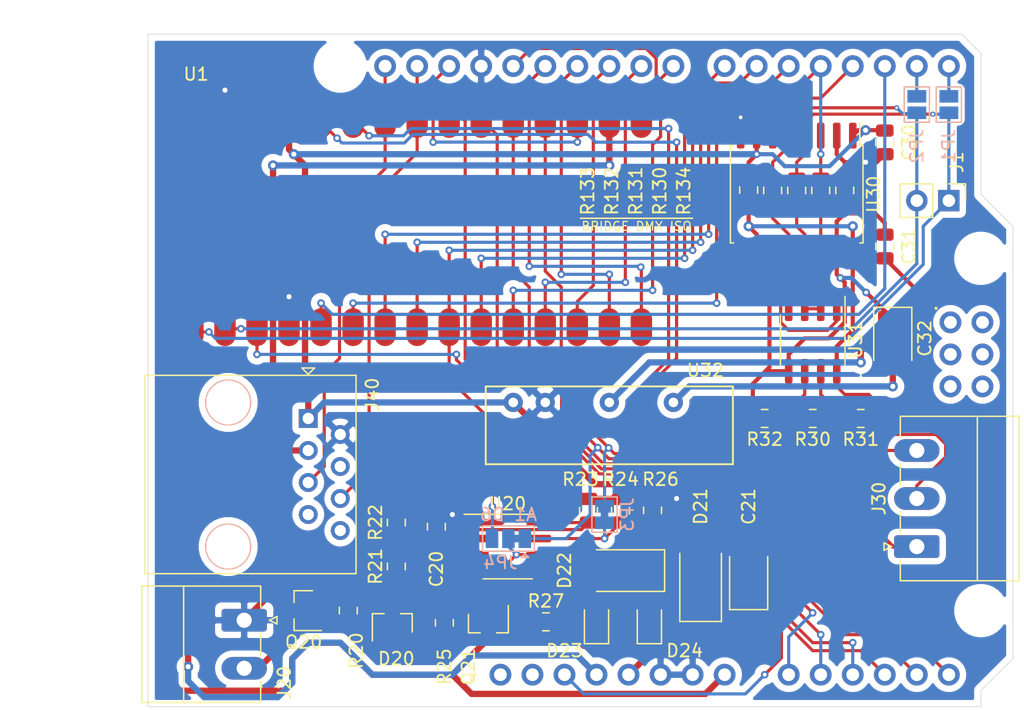
<source format=kicad_pcb>
(kicad_pcb (version 20171130) (host pcbnew 5.1.6)
  (layers (0 F.Cu signal) (31 B.Cu signal) (34 B.Paste user) (35 F.Paste user) (36 B.SilkS user) (37 F.SilkS user) (38 B.Mask user) (39 F.Mask user) (44 Edge.Cuts user))
  (net 0 "")
  (net 1 "Net-(C20-Pad1)")
  (net 2 GND)
  (net 3 /ISO_GND)
  (net 4 /ISO_+5V)
  (net 5 /VCC_EXT)
  (net 6 "Net-(D20-Pad2)")
  (net 7 "Net-(D22-Pad2)")
  (net 8 "Net-(D23-Pad1)")
  (net 9 "Net-(D24-Pad1)")
  (net 10 /VCC_IN)
  (net 11 /DMX-)
  (net 12 /DMX+)
  (net 13 /IO1)
  (net 14 /IO2)
  (net 15 /SCL)
  (net 16 /SDA)
  (net 17 /IO3)
  (net 18 /~FLT)
  (net 19 /VIN)
  (net 20 "Net-(R21-Pad2)")
  (net 21 "Net-(R22-Pad2)")
  (net 22 /CUR)
  (net 23 /ISO_REDE)
  (net 24 /REDE)
  (net 25 /ISO_TX)
  (net 26 /TX)
  (net 27 /RX)
  (net 28 /ISO_RX)
  (net 29 "Net-(U30-Pad6)")
  (net 30 "Net-(U30-Pad11)")
  (net 31 +5V)
  (net 32 +3V3)
  (net 33 /~RESET)
  (net 34 /SCK)
  (net 35 /MISO)
  (net 36 /MOSI)
  (net 37 /IO_CS)
  (net 38 /LCD_CS)
  (net 39 /LCD_RS)
  (net 40 /LCD_LED)
  (net 41 /A2)
  (net 42 /A3)
  (net 43 /AREF)
  (net 44 /D2)
  (net 45 /D3)
  (net 46 /D9)
  (net 47 "Net-(XA1-PadRST2)")
  (net 48 "Net-(XA1-PadGND4)")
  (net 49 "Net-(XA1-PadMOSI)")
  (net 50 "Net-(XA1-PadSCK)")
  (net 51 "Net-(XA1-Pad5V2)")
  (net 52 "Net-(XA1-PadIORF)")
  (net 53 "Net-(XA1-PadMISO)")
  (net 54 "Net-(JP1-Pad2)")
  (net 55 "Net-(JP2-Pad2)")
  (net 56 /A0-CUR)
  (net 57 /D6-~FLT)
  (net 58 /A4)
  (net 59 /A5)
  (net 60 /A1-~FLT)
  (module Package_SO:SOIC-16W_7.5x10.3mm_P1.27mm (layer F.Cu) (at 142.875 88.9 270)
    (fp_text reference U30 (at 0 -6.1 90) (layer F.SilkS))
    (fp_text value ADUM1301)
    (pad 1 smd roundrect (at -4.65 -4.445 270) (size 2.05 0.6) (layers F.Cu F.Paste F.Mask) (net 31 +5V))
    (pad 2 smd roundrect (at -4.65 -3.175 270) (size 2.05 0.6) (layers F.Cu F.Paste F.Mask) (net 2 GND))
    (pad 3 smd roundrect (at -4.65 -1.905 270) (size 2.05 0.6) (layers F.Cu F.Paste F.Mask) (net 24 /REDE))
    (pad 4 smd roundrect (at -4.65 -0.635 270) (size 2.05 0.6) (layers F.Cu F.Paste F.Mask) (net 26 /TX))
    (pad 5 smd roundrect (at -4.65 0.635 270) (size 2.05 0.6) (layers F.Cu F.Paste F.Mask) (net 27 /RX))
    (pad 6 smd roundrect (at -4.65 1.905 270) (size 2.05 0.6) (layers F.Cu F.Paste F.Mask) (net 29 "Net-(U30-Pad6)"))
    (pad 7 smd roundrect (at -4.65 3.175 270) (size 2.05 0.6) (layers F.Cu F.Paste F.Mask) (net 31 +5V))
    (pad 8 smd roundrect (at -4.65 4.445 270) (size 2.05 0.6) (layers F.Cu F.Paste F.Mask) (net 2 GND))
    (pad 9 smd roundrect (at 4.65 4.445 270) (size 2.05 0.6) (layers F.Cu F.Paste F.Mask) (net 3 /ISO_GND))
    (pad 10 smd roundrect (at 4.65 3.175 270) (size 2.05 0.6) (layers F.Cu F.Paste F.Mask) (net 4 /ISO_+5V))
    (pad 11 smd roundrect (at 4.65 1.905 270) (size 2.05 0.6) (layers F.Cu F.Paste F.Mask) (net 30 "Net-(U30-Pad11)"))
    (pad 12 smd roundrect (at 4.65 0.635 270) (size 2.05 0.6) (layers F.Cu F.Paste F.Mask) (net 28 /ISO_RX))
    (pad 13 smd roundrect (at 4.65 -0.635 270) (size 2.05 0.6) (layers F.Cu F.Paste F.Mask) (net 25 /ISO_TX))
    (pad 14 smd roundrect (at 4.65 -1.905 270) (size 2.05 0.6) (layers F.Cu F.Paste F.Mask) (net 23 /ISO_REDE))
    (pad 15 smd roundrect (at 4.65 -3.175 270) (size 2.05 0.6) (layers F.Cu F.Paste F.Mask) (net 3 /ISO_GND))
    (pad 16 smd roundrect (at 4.65 -4.445 270) (size 2.05 0.6) (layers F.Cu F.Paste F.Mask) (net 4 /ISO_+5V))
  )
  (module Package_SO:SOIC-8_3.9x4.9mm_P1.27mm (layer F.Cu) (at 119.95 116.84)
    (fp_text reference U20 (at 0 -3.4) (layer F.SilkS))
    (fp_text value TPS259630)
    (pad 8 smd roundrect (at 2.475 -1.905) (size 1.95 0.6) (layers F.Cu F.Paste F.Mask) (net 21 "Net-(R22-Pad2)"))
    (pad 7 smd roundrect (at 2.475 -0.635) (size 1.95 0.6) (layers F.Cu F.Paste F.Mask) (net 22 /CUR))
    (pad 6 smd roundrect (at 2.475 0.635) (size 1.95 0.6) (layers F.Cu F.Paste F.Mask) (net 18 /~FLT))
    (pad 5 smd roundrect (at 2.475 1.905) (size 1.95 0.6) (layers F.Cu F.Paste F.Mask) (net 7 "Net-(D22-Pad2)"))
    (pad 4 smd roundrect (at -2.475 1.905) (size 1.95 0.6) (layers F.Cu F.Paste F.Mask) (net 5 /VCC_EXT))
    (pad 3 smd roundrect (at -2.475 0.635) (size 1.95 0.6) (layers F.Cu F.Paste F.Mask) (net 20 "Net-(R21-Pad2)"))
    (pad 2 smd roundrect (at -2.475 -0.635) (size 1.95 0.6) (layers F.Cu F.Paste F.Mask) (net 1 "Net-(C20-Pad1)"))
    (pad 1 smd roundrect (at -2.475 -1.905) (size 1.95 0.6) (layers F.Cu F.Paste F.Mask) (net 2 GND))
  )
  (module Capacitor_SMD:C_0805_2012Metric (layer F.Cu) (at 114.3 115.2675 90)
    (fp_text reference C20 (at -3.3505 0 90) (layer F.SilkS))
    (fp_text value 2.2n)
    (pad 1 smd roundrect (at -0.9375 0 90) (size 0.975 1.4) (layers F.Cu F.Paste F.Mask) (net 1 "Net-(C20-Pad1)"))
    (pad 2 smd roundrect (at 0.9375 0 90) (size 0.975 1.4) (layers F.Cu F.Paste F.Mask) (net 2 GND))
  )
  (module Capacitor_SMD:C_0805_2012Metric (layer F.Cu) (at 149.86 84.7875 90)
    (fp_text reference C30 (at 0 1.905 90) (layer F.SilkS))
    (fp_text value 100n)
    (pad 1 smd roundrect (at -0.9375 0 90) (size 0.975 1.4) (layers F.Cu F.Paste F.Mask) (net 2 GND))
    (pad 2 smd roundrect (at 0.9375 0 90) (size 0.975 1.4) (layers F.Cu F.Paste F.Mask) (net 31 +5V))
  )
  (module Capacitor_SMD:C_0805_2012Metric (layer F.Cu) (at 149.86 93.0425 90)
    (fp_text reference C31 (at 0.0023 1.905 90) (layer F.SilkS))
    (fp_text value 100n)
    (pad 2 smd roundrect (at 0.9375 0 90) (size 0.975 1.4) (layers F.Cu F.Paste F.Mask) (net 3 /ISO_GND))
    (pad 1 smd roundrect (at -0.9375 0 90) (size 0.975 1.4) (layers F.Cu F.Paste F.Mask) (net 4 /ISO_+5V))
  )
  (module Diode_SMD:D_SMA (layer F.Cu) (at 135.255 119.38 90)
    (fp_text reference D21 (at 5.715 0 90) (layer F.SilkS))
    (fp_text value STPS1L30AFN)
    (pad 1 smd rect (at -2 0 90) (size 2.5 1.8) (layers F.Cu F.Paste F.Mask) (net 31 +5V))
    (pad 2 smd rect (at 2 0 90) (size 2.5 1.8) (layers F.Cu F.Paste F.Mask) (net 2 GND))
  )
  (module Diode_SMD:D_SMA (layer F.Cu) (at 129 118.745 180)
    (fp_text reference D22 (at 4.54 0 90) (layer F.SilkS))
    (fp_text value STPS1L30AFN)
    (pad 2 smd rect (at 2 0 180) (size 2.5 1.8) (layers F.Cu F.Paste F.Mask) (net 7 "Net-(D22-Pad2)"))
    (pad 1 smd rect (at -2 0 180) (size 2.5 1.8) (layers F.Cu F.Paste F.Mask) (net 31 +5V))
  )
  (module LED_SMD:LED_0805_2012Metric (layer F.Cu) (at 127 122.8575 90)
    (fp_text reference D23 (at -2.2375 -2.54 180) (layer F.SilkS))
    (fp_text value LED)
    (pad 1 smd roundrect (at -0.9375 0 90) (size 0.975 1.4) (layers F.Cu F.Paste F.Mask) (net 8 "Net-(D23-Pad1)"))
    (pad 2 smd roundrect (at 0.9375 0 90) (size 0.975 1.4) (layers F.Cu F.Paste F.Mask) (net 7 "Net-(D22-Pad2)"))
  )
  (module LED_SMD:LED_0805_2012Metric (layer F.Cu) (at 131.191 122.8575 90)
    (fp_text reference D24 (at -2.2375 2.794 180) (layer F.SilkS))
    (fp_text value LED)
    (pad 2 smd roundrect (at 0.9375 0 90) (size 0.975 1.4) (layers F.Cu F.Paste F.Mask) (net 31 +5V))
    (pad 1 smd roundrect (at -0.9375 0 90) (size 0.975 1.4) (layers F.Cu F.Paste F.Mask) (net 9 "Net-(D24-Pad1)"))
  )
  (module Connector_RJ:RJ45_OST_PJ012-8P8CX_Vertical (layer F.Cu) (at 104.14 106.68 270)
    (fp_text reference J40 (at -1.905 -5.08 90) (layer F.SilkS))
    (fp_text value RJ45)
    (pad 8 thru_hole circle (at 8.89 -2.54 270) (size 1.5 1.5) (drill 0.9) (layers *.Cu *.Mask) (net 13 /IO1))
    (pad 7 thru_hole circle (at 7.62 0 270) (size 1.5 1.5) (drill 0.9) (layers *.Cu *.Mask) (net 14 /IO2))
    (pad 6 thru_hole circle (at 6.35 -2.54 270) (size 1.5 1.5) (drill 0.9) (layers *.Cu *.Mask) (net 16 /SDA))
    (pad 5 thru_hole circle (at 5.08 0 270) (size 1.5 1.5) (drill 0.9) (layers *.Cu *.Mask) (net 15 /SCL))
    (pad 4 thru_hole circle (at 3.81 -2.54 270) (size 1.5 1.5) (drill 0.9) (layers *.Cu *.Mask) (net 17 /IO3))
    (pad 3 thru_hole circle (at 2.54 0 270) (size 1.5 1.5) (drill 0.9) (layers *.Cu *.Mask) (net 32 +3V3))
    (pad 2 thru_hole circle (at 1.27 -2.54 270) (size 1.5 1.5) (drill 0.9) (layers *.Cu *.Mask) (net 2 GND))
    (pad 1 thru_hole rect (at 0 0 270) (size 1.5 1.5) (drill 0.9) (layers *.Cu *.Mask) (net 31 +5V))
    (pad "" np_thru_hole circle (at -1.27 6.35 270) (size 3.65 3.65) (drill 3.45) (layers *.Cu *.SilkS *.Mask))
    (pad "" np_thru_hole circle (at 10.16 6.35 270) (size 3.65 3.65) (drill 3.45) (layers *.Cu *.SilkS *.Mask))
  )
  (module Package_TO_SOT_SMD:SOT-23 (layer F.Cu) (at 103.775 121.92 180)
    (fp_text reference Q20 (at 0 -2.5) (layer F.SilkS))
    (fp_text value "IRLM5203 (PMOS_GSD)")
    (pad 3 smd rect (at 1 0 180) (size 0.9 0.8) (layers F.Cu F.Paste F.Mask) (net 10 /VCC_IN))
    (pad 2 smd rect (at -1 0.95 180) (size 0.9 0.8) (layers F.Cu F.Paste F.Mask) (net 5 /VCC_EXT))
    (pad 1 smd rect (at -1 -0.95 180) (size 0.9 0.8) (layers F.Cu F.Paste F.Mask) (net 6 "Net-(D20-Pad2)"))
  )
  (module Package_TO_SOT_SMD:SOT-23 (layer F.Cu) (at 118.425 122.92 270)
    (fp_text reference Q21 (at 3.445 1.585 90) (layer F.SilkS))
    (fp_text value "IRLM5203 (PMOS_GSD)")
    (pad 1 smd rect (at -1 -0.95 270) (size 0.9 0.8) (layers F.Cu F.Paste F.Mask) (net 18 /~FLT))
    (pad 2 smd rect (at -1 0.95 270) (size 0.9 0.8) (layers F.Cu F.Paste F.Mask) (net 5 /VCC_EXT))
    (pad 3 smd rect (at 1 0 270) (size 0.9 0.8) (layers F.Cu F.Paste F.Mask) (net 19 /VIN))
  )
  (module Resistor_SMD:R_0805_2012Metric (layer F.Cu) (at 107.315 121.92 90)
    (fp_text reference R20 (at -3.175 0.635 270) (layer F.SilkS))
    (fp_text value 100k)
    (pad 1 smd roundrect (at -0.9375 0 90) (size 0.975 1.4) (layers F.Cu F.Paste F.Mask) (net 6 "Net-(D20-Pad2)"))
    (pad 2 smd roundrect (at 0.9375 0 90) (size 0.975 1.4) (layers F.Cu F.Paste F.Mask) (net 2 GND))
  )
  (module Resistor_SMD:R_0805_2012Metric (layer F.Cu) (at 111.125 118.4125 90)
    (fp_text reference R21 (at 0 -1.65 90) (layer F.SilkS))
    (fp_text value 130k)
    (pad 1 smd roundrect (at -0.9375 0 90) (size 0.975 1.4) (layers F.Cu F.Paste F.Mask) (net 5 /VCC_EXT))
    (pad 2 smd roundrect (at 0.9375 0 90) (size 0.975 1.4) (layers F.Cu F.Paste F.Mask) (net 20 "Net-(R21-Pad2)"))
  )
  (module Resistor_SMD:R_0805_2012Metric (layer F.Cu) (at 111.125 114.935 90)
    (fp_text reference R22 (at 0 -1.65 90) (layer F.SilkS))
    (fp_text value 6.8k)
    (pad 1 smd roundrect (at -0.9375 0 90) (size 0.975 1.4) (layers F.Cu F.Paste F.Mask) (net 20 "Net-(R21-Pad2)"))
    (pad 2 smd roundrect (at 0.9375 0 90) (size 0.975 1.4) (layers F.Cu F.Paste F.Mask) (net 21 "Net-(R22-Pad2)"))
  )
  (module Resistor_SMD:R_0805_2012Metric (layer F.Cu) (at 126.365 113.9975 90)
    (fp_text reference R23 (at 2.4915 -0.635 180) (layer F.SilkS))
    (fp_text value 39k)
    (pad 2 smd roundrect (at 0.9375 0 90) (size 0.975 1.4) (layers F.Cu F.Paste F.Mask) (net 2 GND))
    (pad 1 smd roundrect (at -0.9375 0 90) (size 0.975 1.4) (layers F.Cu F.Paste F.Mask) (net 21 "Net-(R22-Pad2)"))
  )
  (module Resistor_SMD:R_0805_2012Metric (layer F.Cu) (at 128.905 113.9975 90)
    (fp_text reference R24 (at 2.4915 0 180) (layer F.SilkS))
    (fp_text value 910)
    (pad 2 smd roundrect (at 0.9375 0 90) (size 0.975 1.4) (layers F.Cu F.Paste F.Mask) (net 2 GND))
    (pad 1 smd roundrect (at -0.9375 0 90) (size 0.975 1.4) (layers F.Cu F.Paste F.Mask) (net 22 /CUR))
  )
  (module Resistor_SMD:R_0805_2012Metric (layer F.Cu) (at 114.935 122.8875 270)
    (fp_text reference R25 (at 3.4775 0 90) (layer F.SilkS))
    (fp_text value 100k)
    (pad 2 smd roundrect (at 0.9375 0 270) (size 0.975 1.4) (layers F.Cu F.Paste F.Mask) (net 18 /~FLT))
    (pad 1 smd roundrect (at -0.9375 0 270) (size 0.975 1.4) (layers F.Cu F.Paste F.Mask) (net 5 /VCC_EXT))
  )
  (module Resistor_SMD:R_0805_2012Metric (layer F.Cu) (at 131.445 113.9675 270)
    (fp_text reference R26 (at -2.4615 -0.635 180) (layer F.SilkS))
    (fp_text value 270)
    (pad 2 smd roundrect (at 0.9375 0 270) (size 0.975 1.4) (layers F.Cu F.Paste F.Mask) (net 8 "Net-(D23-Pad1)"))
    (pad 1 smd roundrect (at -0.9375 0 270) (size 0.975 1.4) (layers F.Cu F.Paste F.Mask) (net 2 GND))
  )
  (module Resistor_SMD:R_0805_2012Metric (layer F.Cu) (at 122.9845 122.809)
    (fp_text reference R27 (at 0 -1.65) (layer F.SilkS))
    (fp_text value 270)
    (pad 1 smd roundrect (at -0.9375 0) (size 0.975 1.4) (layers F.Cu F.Paste F.Mask) (net 18 /~FLT))
    (pad 2 smd roundrect (at 0.9375 0) (size 0.975 1.4) (layers F.Cu F.Paste F.Mask) (net 9 "Net-(D24-Pad1)"))
  )
  (module Resistor_SMD:R_0805_2012Metric (layer F.Cu) (at 144.145 106.68 180)
    (fp_text reference R30 (at 0 -1.65) (layer F.SilkS))
    (fp_text value 120)
    (pad 1 smd roundrect (at -0.9375 0 180) (size 0.975 1.4) (layers F.Cu F.Paste F.Mask) (net 11 /DMX-))
    (pad 2 smd roundrect (at 0.9375 0 180) (size 0.975 1.4) (layers F.Cu F.Paste F.Mask) (net 12 /DMX+))
  )
  (module Resistor_SMD:R_0805_2012Metric (layer F.Cu) (at 147.955 106.68 180)
    (fp_text reference R31 (at 0 -1.65) (layer F.SilkS))
    (fp_text value 560)
    (pad 2 smd roundrect (at 0.9375 0 180) (size 0.975 1.4) (layers F.Cu F.Paste F.Mask) (net 11 /DMX-))
    (pad 1 smd roundrect (at -0.9375 0 180) (size 0.975 1.4) (layers F.Cu F.Paste F.Mask) (net 4 /ISO_+5V))
  )
  (module Resistor_SMD:R_0805_2012Metric (layer F.Cu) (at 140.335 106.68 180)
    (fp_text reference R32 (at 0 -1.65) (layer F.SilkS))
    (fp_text value 560)
    (pad 2 smd roundrect (at 0.9375 0 180) (size 0.975 1.4) (layers F.Cu F.Paste F.Mask) (net 3 /ISO_GND))
    (pad 1 smd roundrect (at -0.9375 0 180) (size 0.975 1.4) (layers F.Cu F.Paste F.Mask) (net 12 /DMX+))
  )
  (module Package_SO:SOIC-8_3.9x4.9mm_P1.27mm (layer F.Cu) (at 144.145 100.457 270)
    (fp_text reference U31 (at 0 -3.4 90) (layer F.SilkS))
    (fp_text value MAX487E)
    (pad 1 smd roundrect (at -2.475 -1.905 270) (size 1.95 0.6) (layers F.Cu F.Paste F.Mask) (net 28 /ISO_RX))
    (pad 2 smd roundrect (at -2.475 -0.635 270) (size 1.95 0.6) (layers F.Cu F.Paste F.Mask) (net 23 /ISO_REDE))
    (pad 3 smd roundrect (at -2.475 0.635 270) (size 1.95 0.6) (layers F.Cu F.Paste F.Mask) (net 23 /ISO_REDE))
    (pad 4 smd roundrect (at -2.475 1.905 270) (size 1.95 0.6) (layers F.Cu F.Paste F.Mask) (net 25 /ISO_TX))
    (pad 5 smd roundrect (at 2.475 1.905 270) (size 1.95 0.6) (layers F.Cu F.Paste F.Mask) (net 3 /ISO_GND))
    (pad 6 smd roundrect (at 2.475 0.635 270) (size 1.95 0.6) (layers F.Cu F.Paste F.Mask) (net 12 /DMX+))
    (pad 7 smd roundrect (at 2.475 -0.635 270) (size 1.95 0.6) (layers F.Cu F.Paste F.Mask) (net 11 /DMX-))
    (pad 8 smd roundrect (at 2.475 -1.905 270) (size 1.95 0.6) (layers F.Cu F.Paste F.Mask) (net 4 /ISO_+5V))
  )
  (module my_lib:SIP7-1-2-4-6 (layer F.Cu) (at 128.016 105.41)
    (fp_text reference U32 (at 7.62 -2.54) (layer F.SilkS))
    (fp_text value DCDC-SIP7-1-2-4-6)
    (pad 1 thru_hole circle (at -7.62 0) (size 1.524 1.524) (drill 0.762) (layers *.Cu *.Mask) (net 31 +5V))
    (pad 2 thru_hole circle (at -5.08 0) (size 1.524 1.524) (drill 0.762) (layers *.Cu *.Mask) (net 2 GND))
    (pad 4 thru_hole circle (at 0 0) (size 1.524 1.524) (drill 0.762) (layers *.Cu *.Mask) (net 3 /ISO_GND))
    (pad 6 thru_hole circle (at 5.08 0) (size 1.524 1.524) (drill 0.762) (layers *.Cu *.Mask) (net 4 /ISO_+5V))
  )
  (module Diode_SMD:D_SOT-23_ANK (layer F.Cu) (at 110.805 122.92 90)
    (fp_text reference D20 (at -2.81 0.32 180) (layer F.SilkS))
    (fp_text value BZX84C15)
    (pad 2 smd rect (at -1 -0.95 90) (size 0.9 0.8) (layers F.Cu F.Paste F.Mask) (net 6 "Net-(D20-Pad2)"))
    (pad "" smd rect (at -1 0.95 90) (size 0.9 0.8) (layers F.Cu F.Paste F.Mask))
    (pad 1 smd rect (at 1 0 90) (size 0.9 0.8) (layers F.Cu F.Paste F.Mask) (net 5 /VCC_EXT))
  )
  (module Resistor_SMD:R_0805_2012Metric (layer F.Cu) (at 144.78 88.5975 90)
    (fp_text reference R130 (at -0.0485 -12.7635 90) (layer F.SilkS))
    (fp_text value 0)
    (pad 1 smd roundrect (at -0.9375 0 90) (size 0.975 1.4) (layers F.Cu F.Paste F.Mask) (net 23 /ISO_REDE))
    (pad 2 smd roundrect (at 0.9375 0 90) (size 0.975 1.4) (layers F.Cu F.Paste F.Mask) (net 24 /REDE))
  )
  (module Resistor_SMD:R_0805_2012Metric (layer F.Cu) (at 142.875 88.5975 90)
    (fp_text reference R131 (at -0.0485 -12.7635 90) (layer F.SilkS))
    (fp_text value 0)
    (pad 2 smd roundrect (at 0.9375 0 90) (size 0.975 1.4) (layers F.Cu F.Paste F.Mask) (net 26 /TX))
    (pad 1 smd roundrect (at -0.9375 0 90) (size 0.975 1.4) (layers F.Cu F.Paste F.Mask) (net 25 /ISO_TX))
  )
  (module Resistor_SMD:R_0805_2012Metric (layer F.Cu) (at 140.97 88.5975 90)
    (fp_text reference R132 (at -0.0485 -12.7635 90) (layer F.SilkS))
    (fp_text value 0)
    (pad 1 smd roundrect (at -0.9375 0 90) (size 0.975 1.4) (layers F.Cu F.Paste F.Mask) (net 28 /ISO_RX))
    (pad 2 smd roundrect (at 0.9375 0 90) (size 0.975 1.4) (layers F.Cu F.Paste F.Mask) (net 27 /RX))
  )
  (module Resistor_SMD:R_0805_2012Metric (layer F.Cu) (at 139.065 88.5675 90)
    (fp_text reference R133 (at -0.0785 -12.7635 90) (layer F.SilkS))
    (fp_text value 0)
    (pad 2 smd roundrect (at 0.9375 0 90) (size 0.975 1.4) (layers F.Cu F.Paste F.Mask) (net 31 +5V))
    (pad 1 smd roundrect (at -0.9375 0 90) (size 0.975 1.4) (layers F.Cu F.Paste F.Mask) (net 4 /ISO_+5V))
  )
  (module Resistor_SMD:R_0805_2012Metric (layer F.Cu) (at 146.685 88.5975 90)
    (fp_text reference R134 (at -0.0485 -12.7635 90) (layer F.SilkS))
    (fp_text value 0)
    (pad 1 smd roundrect (at -0.9375 0 90) (size 0.975 1.4) (layers F.Cu F.Paste F.Mask) (net 3 /ISO_GND))
    (pad 2 smd roundrect (at 0.9375 0 90) (size 0.975 1.4) (layers F.Cu F.Paste F.Mask) (net 2 GND))
  )
  (module Capacitor_Tantalum_SMD:CP_EIA-3528-15_AVX-H (layer F.Cu) (at 139.065 119.38 90)
    (fp_text reference C21 (at 5.715 0 90) (layer F.SilkS))
    (fp_text value 1u)
    (pad 1 smd roundrect (at -1.5375 0 90) (size 1.325 2.35) (layers F.Cu F.Paste F.Mask) (roundrect_rratio 0.188679) (net 31 +5V))
    (pad 2 smd roundrect (at 1.5375 0 90) (size 1.325 2.35) (layers F.Cu F.Paste F.Mask) (roundrect_rratio 0.188679) (net 2 GND))
  )
  (module Capacitor_Tantalum_SMD:CP_EIA-3528-15_AVX-H (layer F.Cu) (at 150.495 100.33 270)
    (fp_text reference C32 (at 0 -2.54 90) (layer F.SilkS))
    (fp_text value 10u)
    (pad 2 smd roundrect (at 1.5375 0 270) (size 1.325 2.35) (layers F.Cu F.Paste F.Mask) (roundrect_rratio 0.188679) (net 4 /ISO_+5V))
    (pad 1 smd roundrect (at -1.5375 0 270) (size 1.325 2.35) (layers F.Cu F.Paste F.Mask) (roundrect_rratio 0.188679) (net 3 /ISO_GND))
  )
  (module Connector_Phoenix_MC:PhoenixContact_MC_1,5_2-G-3.81_1x02_P3.81mm_Horizontal (layer F.Cu) (at 99.06 122.682 270)
    (fp_text reference J20 (at 4.953 -3.175 90) (layer F.SilkS))
    (fp_text value Conn_01x02)
    (pad 1 thru_hole roundrect (at 0 0 270) (size 1.8 3.6) (drill 1.2) (layers *.Cu *.Mask) (roundrect_rratio 0.138889) (net 2 GND))
    (pad 2 thru_hole oval (at 3.81 0 270) (size 1.8 3.6) (drill 1.2) (layers *.Cu *.Mask) (net 10 /VCC_IN))
  )
  (module Connector_Phoenix_MC:PhoenixContact_MC_1,5_3-G-3.81_1x03_P3.81mm_Horizontal (layer F.Cu) (at 152.4 116.84 90)
    (fp_text reference J30 (at 3.81 -3 90) (layer F.SilkS))
    (fp_text value Conn_01x03)
    (pad 1 thru_hole roundrect (at 0 0 90) (size 1.8 3.6) (drill 1.2) (layers *.Cu *.Mask) (roundrect_rratio 0.138889) (net 3 /ISO_GND))
    (pad 2 thru_hole oval (at 3.81 0 90) (size 1.8 3.6) (drill 1.2) (layers *.Cu *.Mask) (net 11 /DMX-))
    (pad 3 thru_hole oval (at 7.62 0 90) (size 1.8 3.6) (drill 1.2) (layers *.Cu *.Mask) (net 12 /DMX+))
  )
  (module Connector_PinHeader_2.54mm:PinHeader_1x02_P2.54mm_Vertical (layer F.Cu) (at 154.94 89.408 270)
    (fp_text reference J1 (at -3.048 -0.635 90) (layer F.SilkS))
    (fp_text value Conn_01x02)
    (pad 1 thru_hole rect (at 0 0 270) (size 1.7 1.7) (drill 1) (layers *.Cu *.Mask) (net 26 /TX))
    (pad 2 thru_hole oval (at 0 2.54 270) (size 1.7 1.7) (drill 1) (layers *.Cu *.Mask) (net 27 /RX))
  )
  (module Jumper:SolderJumper-2_P1.3mm_Open_Pad1.0x1.5mm (layer B.Cu) (at 154.94 81.788 90)
    (fp_text reference JP1 (at -3.302 0 90) (layer B.SilkS) (effects (justify mirror)))
    (fp_text value SolderJumper_2_Open)
    (pad 1 smd rect (at -0.65 0 90) (size 1 1.5) (layers B.Cu B.Mask) (net 26 /TX))
    (pad 2 smd rect (at 0.65 0 90) (size 1 1.5) (layers B.Cu B.Mask) (net 54 "Net-(JP1-Pad2)"))
  )
  (module Jumper:SolderJumper-2_P1.3mm_Open_Pad1.0x1.5mm (layer B.Cu) (at 152.4 81.788 90)
    (fp_text reference JP2 (at -3.302 0 270) (layer B.SilkS) (effects (justify mirror)))
    (fp_text value SolderJumper_2_Open)
    (pad 2 smd rect (at 0.65 0 90) (size 1 1.5) (layers B.Cu B.Mask) (net 55 "Net-(JP2-Pad2)"))
    (pad 1 smd rect (at -0.65 0 90) (size 1 1.5) (layers B.Cu B.Mask) (net 27 /RX))
  )
  (module project:Nano_Every_SMD (layer F.Cu) (at 112.776 91.186)
    (fp_text reference U1 (at -17.526 -11.811) (layer F.SilkS))
    (fp_text value Arduino_Nano_Every)
    (pad 16 smd oval (at 17.78 -8.255 270) (size 3 1.7) (layers F.Cu F.Mask) (net 34 /SCK))
    (pad 17 smd oval (at 15.24 -8.255 270) (size 3 1.7) (layers F.Cu F.Mask) (net 32 +3V3))
    (pad 18 smd oval (at 12.7 -8.255 270) (size 3 1.7) (layers F.Cu F.Mask) (net 43 /AREF))
    (pad 19 smd oval (at 10.16 -8.255 270) (size 3 1.7) (layers F.Cu F.Mask) (net 56 /A0-CUR))
    (pad 20 smd oval (at 7.62 -8.255 270) (size 3 1.7) (layers F.Cu F.Mask) (net 60 /A1-~FLT))
    (pad 21 smd oval (at 5.08 -8.255 270) (size 3 1.7) (layers F.Cu F.Mask) (net 41 /A2))
    (pad 22 smd oval (at 2.54 -8.255 270) (size 3 1.7) (layers F.Cu F.Mask) (net 42 /A3))
    (pad 23 smd oval (at 0 -8.255 270) (size 3 1.7) (layers F.Cu F.Mask) (net 16 /SDA))
    (pad 24 smd oval (at -2.54 -8.255 270) (size 3 1.7) (layers F.Cu F.Mask) (net 15 /SCL))
    (pad 25 smd oval (at -5.08 -8.255 270) (size 3 1.7) (layers F.Cu F.Mask) (net 58 /A4))
    (pad 26 smd oval (at -7.62 -8.255 270) (size 3 1.7) (layers F.Cu F.Mask) (net 59 /A5))
    (pad 27 smd oval (at -10.16 -8.255 270) (size 3 1.7) (layers F.Cu F.Mask) (net 31 +5V))
    (pad 28 smd oval (at -12.7 -8.255 270) (size 3 1.7) (layers F.Cu F.Mask) (net 33 /~RESET))
    (pad 29 smd oval (at -15.24 -8.255 270) (size 3 1.7) (layers F.Cu F.Mask) (net 2 GND))
    (pad 30 smd oval (at -17.78 -8.255 270) (size 3 1.7) (layers F.Cu F.Mask) (net 19 /VIN))
    (pad 2 smd oval (at -15.24 8.255 90) (size 3 1.7) (layers F.Cu F.Mask) (net 27 /RX))
    (pad 15 smd oval (at 17.78 8.255 90) (size 3 1.7) (layers F.Cu F.Mask) (net 35 /MISO))
    (pad 8 smd oval (at 0 8.255 90) (size 3 1.7) (layers F.Cu F.Mask) (net 37 /IO_CS))
    (pad 6 smd oval (at -5.08 8.255 90) (size 3 1.7) (layers F.Cu F.Mask) (net 45 /D3))
    (pad 7 smd oval (at -2.54 8.255 90) (size 3 1.7) (layers F.Cu F.Mask) (net 24 /REDE))
    (pad 9 smd oval (at 2.54 8.255 90) (size 3 1.7) (layers F.Cu F.Mask) (net 57 /D6-~FLT))
    (pad 10 smd oval (at 5.08 8.255 90) (size 3 1.7) (layers F.Cu F.Mask) (net 39 /LCD_RS))
    (pad 4 smd oval (at -10.16 8.255 90) (size 3 1.7) (layers F.Cu F.Mask) (net 2 GND))
    (pad 14 smd oval (at 15.24 8.255 90) (size 3 1.7) (layers F.Cu F.Mask) (net 36 /MOSI))
    (pad 1 smd oval (at -17.78 8.255 90) (size 3 1.7) (layers F.Cu F.Mask) (net 26 /TX))
    (pad 12 smd oval (at 10.16 8.255 90) (size 3 1.7) (layers F.Cu F.Mask) (net 46 /D9))
    (pad 13 smd oval (at 12.7 8.255 90) (size 3 1.7) (layers F.Cu F.Mask) (net 40 /LCD_LED))
    (pad 5 smd oval (at -7.62 8.255 90) (size 3 1.7) (layers F.Cu F.Mask) (net 44 /D2))
    (pad 3 smd oval (at -12.7 8.255 90) (size 3 1.7) (layers F.Cu F.Mask) (net 33 /~RESET))
    (pad 11 smd oval (at 7.62 8.255 90) (size 3 1.7) (layers F.Cu F.Mask) (net 38 /LCD_CS))
  )
  (module project:Arduino_Shield (layer F.Cu) (at 91.44 129.54)
    (fp_text reference XA1)
    (fp_text value Arduino_Uno_Shield)
    (fp_text user . (at 62.484 -32.004) (layer F.SilkS))
    (pad RST2 thru_hole oval (at 63.627 -25.4) (size 1.7272 1.7272) (drill 1.016) (layers *.Cu *.Mask) (net 47 "Net-(XA1-PadRST2)"))
    (pad GND4 thru_hole oval (at 66.167 -25.4) (size 1.7272 1.7272) (drill 1.016) (layers *.Cu *.Mask) (net 48 "Net-(XA1-PadGND4)"))
    (pad MOSI thru_hole oval (at 66.167 -27.94) (size 1.7272 1.7272) (drill 1.016) (layers *.Cu *.Mask) (net 49 "Net-(XA1-PadMOSI)"))
    (pad SCK thru_hole oval (at 63.627 -27.94) (size 1.7272 1.7272) (drill 1.016) (layers *.Cu *.Mask) (net 50 "Net-(XA1-PadSCK)"))
    (pad 5V2 thru_hole oval (at 66.167 -30.48) (size 1.7272 1.7272) (drill 1.016) (layers *.Cu *.Mask) (net 51 "Net-(XA1-Pad5V2)"))
    (pad A0 thru_hole oval (at 50.8 -2.54) (size 1.7272 1.7272) (drill 1.016) (layers *.Cu *.Mask) (net 56 /A0-CUR))
    (pad VIN thru_hole oval (at 45.72 -2.54) (size 1.7272 1.7272) (drill 1.016) (layers *.Cu *.Mask) (net 19 /VIN))
    (pad GND3 thru_hole oval (at 43.18 -2.54) (size 1.7272 1.7272) (drill 1.016) (layers *.Cu *.Mask) (net 2 GND))
    (pad GND2 thru_hole oval (at 40.64 -2.54) (size 1.7272 1.7272) (drill 1.016) (layers *.Cu *.Mask) (net 2 GND))
    (pad 5V1 thru_hole oval (at 38.1 -2.54) (size 1.7272 1.7272) (drill 1.016) (layers *.Cu *.Mask) (net 31 +5V))
    (pad 3V3 thru_hole oval (at 35.56 -2.54) (size 1.7272 1.7272) (drill 1.016) (layers *.Cu *.Mask) (net 32 +3V3))
    (pad RST1 thru_hole oval (at 33.02 -2.54) (size 1.7272 1.7272) (drill 1.016) (layers *.Cu *.Mask) (net 33 /~RESET))
    (pad IORF thru_hole oval (at 30.48 -2.54) (size 1.7272 1.7272) (drill 1.016) (layers *.Cu *.Mask) (net 52 "Net-(XA1-PadIORF)"))
    (pad D0 thru_hole oval (at 63.5 -50.8) (size 1.7272 1.7272) (drill 1.016) (layers *.Cu *.Mask) (net 54 "Net-(JP1-Pad2)"))
    (pad D1 thru_hole oval (at 60.96 -50.8) (size 1.7272 1.7272) (drill 1.016) (layers *.Cu *.Mask) (net 55 "Net-(JP2-Pad2)"))
    (pad D2 thru_hole oval (at 58.42 -50.8) (size 1.7272 1.7272) (drill 1.016) (layers *.Cu *.Mask) (net 44 /D2))
    (pad D3 thru_hole oval (at 55.88 -50.8) (size 1.7272 1.7272) (drill 1.016) (layers *.Cu *.Mask) (net 45 /D3))
    (pad D4 thru_hole oval (at 53.34 -50.8) (size 1.7272 1.7272) (drill 1.016) (layers *.Cu *.Mask) (net 24 /REDE))
    (pad D5 thru_hole oval (at 50.8 -50.8) (size 1.7272 1.7272) (drill 1.016) (layers *.Cu *.Mask) (net 37 /IO_CS))
    (pad D6 thru_hole oval (at 48.26 -50.8) (size 1.7272 1.7272) (drill 1.016) (layers *.Cu *.Mask) (net 57 /D6-~FLT))
    (pad D7 thru_hole oval (at 45.72 -50.8) (size 1.7272 1.7272) (drill 1.016) (layers *.Cu *.Mask) (net 39 /LCD_RS))
    (pad GND1 thru_hole oval (at 26.416 -50.8) (size 1.7272 1.7272) (drill 1.016) (layers *.Cu *.Mask) (net 2 GND))
    (pad D8 thru_hole oval (at 41.656 -50.8) (size 1.7272 1.7272) (drill 1.016) (layers *.Cu *.Mask) (net 38 /LCD_CS))
    (pad D9 thru_hole oval (at 39.116 -50.8) (size 1.7272 1.7272) (drill 1.016) (layers *.Cu *.Mask) (net 46 /D9))
    (pad D10 thru_hole oval (at 36.576 -50.8) (size 1.7272 1.7272) (drill 1.016) (layers *.Cu *.Mask) (net 40 /LCD_LED))
    (pad "" np_thru_hole circle (at 66.04 -7.62) (size 3.2 3.2) (drill 3.2) (layers *.Cu *.Mask))
    (pad "" np_thru_hole circle (at 66.04 -35.56) (size 3.2 3.2) (drill 3.2) (layers *.Cu *.Mask))
    (pad "" np_thru_hole circle (at 15.24 -50.8) (size 3.2 3.2) (drill 3.2) (layers *.Cu *.Mask))
    (pad "" np_thru_hole circle (at 13.97 -2.54) (size 3.2 3.2) (drill 3.2) (layers *.Cu *.Mask))
    (pad SCL thru_hole oval (at 18.796 -50.8) (size 1.7272 1.7272) (drill 1.016) (layers *.Cu *.Mask) (net 15 /SCL))
    (pad SDA thru_hole oval (at 21.336 -50.8) (size 1.7272 1.7272) (drill 1.016) (layers *.Cu *.Mask) (net 16 /SDA))
    (pad AREF thru_hole oval (at 23.876 -50.8) (size 1.7272 1.7272) (drill 1.016) (layers *.Cu *.Mask) (net 43 /AREF))
    (pad D13 thru_hole oval (at 28.956 -50.8) (size 1.7272 1.7272) (drill 1.016) (layers *.Cu *.Mask) (net 34 /SCK))
    (pad D12 thru_hole oval (at 31.496 -50.8) (size 1.7272 1.7272) (drill 1.016) (layers *.Cu *.Mask) (net 35 /MISO))
    (pad D11 thru_hole oval (at 34.036 -50.8) (size 1.7272 1.7272) (drill 1.016) (layers *.Cu *.Mask) (net 36 /MOSI))
    (pad "" thru_hole oval (at 27.94 -2.54) (size 1.7272 1.7272) (drill 1.016) (layers *.Cu *.Mask))
    (pad A1 thru_hole oval (at 53.34 -2.54) (size 1.7272 1.7272) (drill 1.016) (layers *.Cu *.Mask) (net 60 /A1-~FLT))
    (pad A2 thru_hole oval (at 55.88 -2.54) (size 1.7272 1.7272) (drill 1.016) (layers *.Cu *.Mask) (net 41 /A2))
    (pad A3 thru_hole oval (at 58.42 -2.54) (size 1.7272 1.7272) (drill 1.016) (layers *.Cu *.Mask) (net 42 /A3))
    (pad A4 thru_hole oval (at 60.96 -2.54) (size 1.7272 1.7272) (drill 1.016) (layers *.Cu *.Mask) (net 58 /A4))
    (pad A5 thru_hole oval (at 63.5 -2.54) (size 1.7272 1.7272) (drill 1.016) (layers *.Cu *.Mask) (net 59 /A5))
    (pad MISO thru_hole oval (at 63.627 -30.48) (size 1.7272 1.7272) (drill 1.016) (layers *.Cu *.Mask) (net 53 "Net-(XA1-PadMISO)"))
  )
  (module Jumper:SolderJumper-2_P1.3mm_Bridged_Pad1.0x1.5mm (layer B.Cu) (at 127.635 114.3 90)
    (fp_text reference JP3 (at 0 1.8 90) (layer B.SilkS) (effects (justify mirror)))
    (fp_text value SolderJumper_2_Bridged)
    (fp_poly (pts (xy -0.25 0.3) (xy 0.25 0.3) (xy 0.25 -0.3) (xy -0.25 -0.3)) (layer B.Cu) (width 0))
    (pad 1 smd rect (at -0.65 0 90) (size 1 1.5) (layers B.Cu B.Mask) (net 22 /CUR))
    (pad 2 smd rect (at 0.65 0 90) (size 1 1.5) (layers B.Cu B.Mask) (net 56 /A0-CUR))
  )
  (module Jumper:SolderJumper-3_P1.3mm_Bridged12_Pad1.0x1.5mm (layer B.Cu) (at 120.015 116.205 180)
    (fp_text reference JP4 (at 0.635 -1.905) (layer B.SilkS) (effects (justify mirror)))
    (fp_text value SolderJumper_3_Bridged12)
    (fp_poly (pts (xy -0.9 0.3) (xy -0.4 0.3) (xy -0.4 -0.3) (xy -0.9 -0.3)) (layer B.Cu) (width 0))
    (pad 1 smd rect (at -1.3 0 180) (size 1 1.5) (layers B.Cu B.Mask) (net 60 /A1-~FLT))
    (pad 3 smd rect (at 1.3 0 180) (size 1 1.5) (layers B.Cu B.Mask) (net 57 /D6-~FLT))
    (pad 2 smd rect (at 0 0 180) (size 1 1.5) (layers B.Cu B.Mask) (net 18 /~FLT))
  )
  (gr_text "BRIDGE DMX ISO" (at 130.175 91.44) (layer F.SilkS) (effects (font (size 0.7 0.7) (thickness 0.1))))
  (gr_line (start 125.73 90.805) (end 134.62 90.805) (layer F.SilkS) (width 0.12))
  (gr_text "A1 D6" (at 120.015 114.3) (layer B.SilkS) (effects (font (size 1 1)) (justify mirror)))
  (gr_line (start 160.02 91.44) (end 157.48 88.9) (layer Edge.Cuts) (width 0.05))
  (gr_line (start 155.956 76.2) (end 91.44 76.2) (layer Edge.Cuts) (width 0.05))
  (gr_line (start 157.48 77.724) (end 155.956 76.2) (layer Edge.Cuts) (width 0.05))
  (gr_line (start 157.48 88.9) (end 157.48 77.724) (layer Edge.Cuts) (width 0.05))
  (gr_line (start 160.02 125.73) (end 160.02 91.44) (layer Edge.Cuts) (width 0.05))
  (gr_line (start 157.48 128.27) (end 160.02 125.73) (layer Edge.Cuts) (width 0.05))
  (gr_line (start 157.48 129.54) (end 157.48 128.27) (layer Edge.Cuts) (width 0.05))
  (gr_line (start 91.44 129.54) (end 157.48 129.54) (layer Edge.Cuts) (width 0.05))
  (gr_line (start 91.44 76.2) (end 91.44 129.54) (layer Edge.Cuts) (width 0.05))
  (segment (start 114.3 116.205) (end 117.475 116.205) (width 0.25) (layer F.Cu) (net 1))
  (via (at 97.536 80.645) (size 0.8) (drill 0.4) (layers F.Cu B.Cu) (net 2))
  (segment (start 97.536 82.931) (end 97.536 80.645) (width 0.5) (layer F.Cu) (net 2))
  (segment (start 138.43 84.25) (end 138.43 82.804) (width 0.5) (layer F.Cu) (net 2))
  (via (at 138.43 82.804) (size 0.6) (drill 0.3) (layers F.Cu B.Cu) (net 2))
  (segment (start 116.87 114.33) (end 117.475 114.935) (width 0.5) (layer F.Cu) (net 2))
  (segment (start 114.3 114.33) (end 116.87 114.33) (width 0.5) (layer F.Cu) (net 2))
  (segment (start 117.475 114.935) (end 119.38 114.935) (width 0.5) (layer F.Cu) (net 2))
  (segment (start 121.255 113.06) (end 126.365 113.06) (width 0.5) (layer F.Cu) (net 2))
  (segment (start 119.38 114.935) (end 121.255 113.06) (width 0.5) (layer F.Cu) (net 2))
  (segment (start 126.365 113.06) (end 128.905 113.06) (width 0.5) (layer F.Cu) (net 2))
  (segment (start 131.415 113.06) (end 131.445 113.03) (width 0.5) (layer F.Cu) (net 2))
  (segment (start 128.905 113.06) (end 131.415 113.06) (width 0.5) (layer F.Cu) (net 2))
  (segment (start 131.445 113.03) (end 133.35 113.03) (width 0.5) (layer F.Cu) (net 2))
  (via (at 133.35 113.03) (size 0.8) (drill 0.4) (layers F.Cu B.Cu) (net 2))
  (via (at 115.57 114.3) (size 0.8) (drill 0.4) (layers F.Cu B.Cu) (net 2))
  (segment (start 101.854 119.888) (end 99.06 122.682) (width 0.5) (layer F.Cu) (net 2))
  (segment (start 106.2205 119.888) (end 101.854 119.888) (width 0.5) (layer F.Cu) (net 2))
  (segment (start 107.315 120.9825) (end 106.2205 119.888) (width 0.5) (layer F.Cu) (net 2))
  (segment (start 102.616 99.441) (end 102.616 97.028) (width 0.5) (layer F.Cu) (net 2))
  (via (at 102.616 97.028) (size 0.8) (drill 0.4) (layers F.Cu B.Cu) (net 2))
  (segment (start 135.255 114.745) (end 135.255 117.38) (width 0.5) (layer F.Cu) (net 2))
  (segment (start 133.54 113.03) (end 135.255 114.745) (width 0.5) (layer F.Cu) (net 2))
  (segment (start 133.35 113.03) (end 133.54 113.03) (width 0.5) (layer F.Cu) (net 2))
  (segment (start 135.7175 117.8425) (end 135.255 117.38) (width 0.5) (layer F.Cu) (net 2))
  (segment (start 139.065 117.8425) (end 135.7175 117.8425) (width 0.5) (layer F.Cu) (net 2))
  (segment (start 146.05 84.25) (end 146.05 85.725) (width 0.33) (layer F.Cu) (net 2))
  (segment (start 146.685 86.36) (end 146.685 87.66) (width 0.33) (layer F.Cu) (net 2))
  (segment (start 146.05 85.725) (end 146.685 86.36) (width 0.33) (layer F.Cu) (net 2))
  (segment (start 149.225 86.36) (end 148.336 86.36) (width 0.33) (layer F.Cu) (net 2))
  (segment (start 149.86 85.725) (end 149.225 86.36) (width 0.33) (layer F.Cu) (net 2))
  (segment (start 148.336 86.36) (end 146.685 86.36) (width 0.33) (layer F.Cu) (net 2))
  (via (at 148.336 86.36) (size 0.8) (drill 0.4) (layers F.Cu B.Cu) (net 2))
  (segment (start 138.43 94.575) (end 138.43 93.55) (width 0.33) (layer F.Cu) (net 3))
  (segment (start 140.397 102.932) (end 142.24 102.932) (width 0.33) (layer F.Cu) (net 3))
  (segment (start 146.685 95.885) (end 146.685 99.06) (width 0.33) (layer F.Cu) (net 3))
  (segment (start 146.685 99.06) (end 145.415 100.33) (width 0.33) (layer F.Cu) (net 3))
  (segment (start 146.05 93.55) (end 146.05 95.25) (width 0.33) (layer F.Cu) (net 3))
  (segment (start 146.05 95.25) (end 146.33575 95.53575) (width 0.33) (layer F.Cu) (net 3))
  (segment (start 145.415 100.33) (end 143.51 100.33) (width 0.33) (layer F.Cu) (net 3))
  (segment (start 142.24 101.6) (end 142.24 102.932) (width 0.33) (layer F.Cu) (net 3))
  (segment (start 143.51 100.33) (end 142.24 101.6) (width 0.33) (layer F.Cu) (net 3))
  (segment (start 139.3975 103.9315) (end 140.397 102.932) (width 0.33) (layer F.Cu) (net 3))
  (segment (start 139.3975 106.68) (end 139.3975 103.9315) (width 0.33) (layer F.Cu) (net 3))
  (segment (start 150.495 116.84) (end 152.4 116.84) (width 0.33) (layer F.Cu) (net 3))
  (segment (start 149.86 113.03) (end 149.86 116.205) (width 0.33) (layer F.Cu) (net 3))
  (segment (start 149.86 116.205) (end 150.495 116.84) (width 0.33) (layer F.Cu) (net 3))
  (segment (start 147.32 110.49) (end 149.86 113.03) (width 0.33) (layer F.Cu) (net 3))
  (segment (start 143.2075 110.49) (end 147.32 110.49) (width 0.33) (layer F.Cu) (net 3))
  (segment (start 139.3975 106.68) (end 143.2075 110.49) (width 0.33) (layer F.Cu) (net 3))
  (segment (start 128.016 105.41) (end 131.191 102.235) (width 0.5) (layer B.Cu) (net 3))
  (segment (start 131.191 102.235) (end 132.08 102.235) (width 0.5) (layer B.Cu) (net 3))
  (segment (start 132.08 102.235) (end 147.955 102.235) (width 0.5) (layer B.Cu) (net 3))
  (segment (start 147.955 102.235) (end 147.955 102.235) (width 0.5) (layer B.Cu) (net 3))
  (via (at 147.955 102.235) (size 0.8) (drill 0.4) (layers F.Cu B.Cu) (net 3))
  (segment (start 147.955 101.3325) (end 150.495 98.7925) (width 0.5) (layer F.Cu) (net 3))
  (segment (start 147.955 102.235) (end 147.955 101.3325) (width 0.5) (layer F.Cu) (net 3))
  (segment (start 146.05 91.059) (end 146.05 93.55) (width 0.33) (layer F.Cu) (net 3))
  (segment (start 146.685 90.424) (end 146.05 91.059) (width 0.33) (layer F.Cu) (net 3))
  (segment (start 146.685 89.535) (end 146.685 90.424) (width 0.33) (layer F.Cu) (net 3))
  (segment (start 149.86 91.186) (end 149.86 92.105) (width 0.33) (layer F.Cu) (net 3))
  (segment (start 149.098 90.424) (end 149.86 91.186) (width 0.33) (layer F.Cu) (net 3))
  (segment (start 146.685 90.424) (end 149.098 90.424) (width 0.33) (layer F.Cu) (net 3))
  (segment (start 146.33575 95.53575) (end 146.685 95.885) (width 0.33) (layer F.Cu) (net 3))
  (via (at 146.33575 95.53575) (size 0.6) (drill 0.3) (layers F.Cu B.Cu) (net 3))
  (segment (start 140.716 97.536) (end 138.43 95.25) (width 0.33) (layer F.Cu) (net 3))
  (segment (start 138.43 95.25) (end 138.43 93.55) (width 0.33) (layer F.Cu) (net 3))
  (segment (start 140.716 102.613) (end 140.716 97.536) (width 0.33) (layer F.Cu) (net 3))
  (segment (start 140.397 102.932) (end 140.716 102.613) (width 0.33) (layer F.Cu) (net 3))
  (segment (start 147.22475 95.53575) (end 148.380417 96.691417) (width 0.33) (layer B.Cu) (net 3))
  (segment (start 146.33575 95.53575) (end 147.22475 95.53575) (width 0.33) (layer B.Cu) (net 3))
  (segment (start 148.393917 96.691417) (end 148.380417 96.691417) (width 0.33) (layer F.Cu) (net 3))
  (segment (start 150.495 98.7925) (end 148.393917 96.691417) (width 0.33) (layer F.Cu) (net 3))
  (via (at 148.380417 96.691417) (size 0.6) (drill 0.3) (layers F.Cu B.Cu) (net 3))
  (segment (start 139.7 92.71) (end 139.7 93.55) (width 0.25) (layer F.Cu) (net 4))
  (segment (start 147.32 93.55) (end 147.32 92.525) (width 0.25) (layer F.Cu) (net 4))
  (via (at 147.32 91.44) (size 0.8) (drill 0.4) (layers F.Cu B.Cu) (net 4))
  (segment (start 147.32 93.55) (end 147.32 91.44) (width 0.33) (layer F.Cu) (net 4))
  (segment (start 147.32 93.55) (end 147.32 99.695) (width 0.33) (layer F.Cu) (net 4))
  (segment (start 146.05 100.965) (end 146.05 102.932) (width 0.33) (layer F.Cu) (net 4))
  (segment (start 147.32 99.695) (end 146.05 100.965) (width 0.33) (layer F.Cu) (net 4))
  (segment (start 146.05 102.932) (end 146.05 104.14) (width 0.25) (layer F.Cu) (net 4))
  (segment (start 146.05 104.14) (end 146.685 104.775) (width 0.25) (layer F.Cu) (net 4))
  (segment (start 146.685 104.775) (end 148.59 104.775) (width 0.25) (layer F.Cu) (net 4))
  (segment (start 148.8925 105.0775) (end 148.8925 106.68) (width 0.25) (layer F.Cu) (net 4))
  (segment (start 148.59 104.775) (end 148.8925 105.0775) (width 0.25) (layer F.Cu) (net 4))
  (segment (start 147.32 91.44) (end 139.065 91.44) (width 0.33) (layer B.Cu) (net 4))
  (segment (start 139.065 91.44) (end 139.065 89.505) (width 0.33) (layer F.Cu) (net 4))
  (via (at 139.065 91.44) (size 0.8) (drill 0.4) (layers F.Cu B.Cu) (net 4))
  (segment (start 139.7 92.075) (end 139.7 93.55) (width 0.33) (layer F.Cu) (net 4))
  (segment (start 139.065 91.44) (end 139.7 92.075) (width 0.33) (layer F.Cu) (net 4))
  (segment (start 134.366 104.14) (end 150.495 104.14) (width 0.5) (layer B.Cu) (net 4))
  (segment (start 133.096 105.41) (end 134.366 104.14) (width 0.5) (layer B.Cu) (net 4))
  (segment (start 150.495 104.14) (end 150.495 104.14) (width 0.5) (layer B.Cu) (net 4))
  (via (at 150.495 104.14) (size 0.8) (drill 0.4) (layers F.Cu B.Cu) (net 4))
  (segment (start 150.495 104.14) (end 150.495 101.8675) (width 0.5) (layer F.Cu) (net 4))
  (segment (start 147.75 93.98) (end 147.32 93.55) (width 0.33) (layer F.Cu) (net 4))
  (segment (start 149.86 93.98) (end 147.75 93.98) (width 0.33) (layer F.Cu) (net 4))
  (segment (start 152.23501 100.12749) (end 150.495 101.8675) (width 0.33) (layer F.Cu) (net 4))
  (segment (start 152.23501 96.35501) (end 152.23501 100.12749) (width 0.33) (layer F.Cu) (net 4))
  (segment (start 149.86 93.98) (end 152.23501 96.35501) (width 0.33) (layer F.Cu) (net 4))
  (segment (start 111.09 119.385) (end 111.125 119.35) (width 0.5) (layer F.Cu) (net 5))
  (segment (start 104.775 120.97) (end 104.775 121.285) (width 0.5) (layer F.Cu) (net 5))
  (segment (start 105.41 121.92) (end 110.805 121.92) (width 0.5) (layer F.Cu) (net 5))
  (segment (start 104.775 121.285) (end 105.41 121.92) (width 0.5) (layer F.Cu) (net 5))
  (segment (start 114.905 121.92) (end 114.935 121.95) (width 0.5) (layer F.Cu) (net 5))
  (segment (start 110.805 121.92) (end 114.905 121.92) (width 0.5) (layer F.Cu) (net 5))
  (segment (start 117.445 121.95) (end 117.475 121.92) (width 0.5) (layer F.Cu) (net 5))
  (segment (start 114.935 121.95) (end 117.445 121.95) (width 0.5) (layer F.Cu) (net 5))
  (segment (start 114.935 121.95) (end 114.935 119.38) (width 0.5) (layer F.Cu) (net 5))
  (segment (start 115.57 118.745) (end 117.475 118.745) (width 0.5) (layer F.Cu) (net 5))
  (segment (start 114.935 119.38) (end 115.57 118.745) (width 0.5) (layer F.Cu) (net 5))
  (segment (start 110.805 121.92) (end 110.805 120.97) (width 0.25) (layer F.Cu) (net 5))
  (segment (start 111.125 120.65) (end 111.125 119.35) (width 0.25) (layer F.Cu) (net 5))
  (segment (start 110.805 120.97) (end 111.125 120.65) (width 0.25) (layer F.Cu) (net 5))
  (segment (start 107.3025 122.87) (end 107.315 122.8575) (width 0.25) (layer F.Cu) (net 6))
  (segment (start 104.775 122.87) (end 107.3025 122.87) (width 0.25) (layer F.Cu) (net 6))
  (segment (start 108.7925 122.8575) (end 109.855 123.92) (width 0.25) (layer F.Cu) (net 6))
  (segment (start 107.315 122.8575) (end 108.7925 122.8575) (width 0.25) (layer F.Cu) (net 6))
  (segment (start 122.425 118.745) (end 127 118.745) (width 0.25) (layer F.Cu) (net 7))
  (segment (start 127 118.745) (end 127 121.92) (width 0.25) (layer F.Cu) (net 7))
  (segment (start 128.575001 117.774999) (end 131.445 114.905) (width 0.25) (layer F.Cu) (net 8))
  (segment (start 128.575001 122.219999) (end 128.575001 117.774999) (width 0.25) (layer F.Cu) (net 8))
  (segment (start 127 123.795) (end 128.575001 122.219999) (width 0.25) (layer F.Cu) (net 8))
  (segment (start 130.167473 124.818527) (end 131.191 123.795) (width 0.25) (layer F.Cu) (net 9))
  (segment (start 125.931527 124.818527) (end 123.922 122.809) (width 0.25) (layer F.Cu) (net 9))
  (segment (start 130.167473 124.818527) (end 125.931527 124.818527) (width 0.25) (layer F.Cu) (net 9))
  (segment (start 102.775 123.92) (end 102.775 121.92) (width 0.5) (layer F.Cu) (net 10))
  (segment (start 100.203 126.492) (end 102.775 123.92) (width 0.5) (layer F.Cu) (net 10))
  (segment (start 99.06 126.492) (end 100.203 126.492) (width 0.5) (layer F.Cu) (net 10))
  (segment (start 144.78 102.932) (end 144.78 104.775) (width 0.25) (layer F.Cu) (net 11))
  (segment (start 145.0825 105.0775) (end 144.78 104.775) (width 0.25) (layer F.Cu) (net 11))
  (segment (start 145.0825 106.68) (end 145.0825 105.0775) (width 0.25) (layer F.Cu) (net 11))
  (segment (start 145.0825 106.68) (end 147.0175 106.68) (width 0.25) (layer F.Cu) (net 11))
  (segment (start 152.4 112.014) (end 152.4 113.03) (width 0.25) (layer F.Cu) (net 11))
  (segment (start 154.686 108.712) (end 154.686 109.728) (width 0.25) (layer F.Cu) (net 11))
  (segment (start 145.0848 107.6198) (end 145.415 107.95) (width 0.25) (layer F.Cu) (net 11))
  (segment (start 154.686 109.728) (end 152.4 112.014) (width 0.25) (layer F.Cu) (net 11))
  (segment (start 153.924 107.95) (end 154.686 108.712) (width 0.25) (layer F.Cu) (net 11))
  (segment (start 145.415 107.95) (end 153.924 107.95) (width 0.25) (layer F.Cu) (net 11))
  (segment (start 145.0825 106.68) (end 145.0848 107.6198) (width 0.25) (layer F.Cu) (net 11))
  (segment (start 143.51 102.932) (end 143.51 104.775) (width 0.25) (layer F.Cu) (net 12))
  (segment (start 143.2075 105.0775) (end 143.2075 106.68) (width 0.25) (layer F.Cu) (net 12))
  (segment (start 143.51 104.775) (end 143.2075 105.0775) (width 0.25) (layer F.Cu) (net 12))
  (segment (start 141.2725 106.68) (end 143.2075 106.68) (width 0.25) (layer F.Cu) (net 12))
  (segment (start 149.703189 109.22) (end 152.4 109.22) (width 0.25) (layer F.Cu) (net 12))
  (segment (start 149.636432 109.212479) (end 149.703189 109.22) (width 0.25) (layer F.Cu) (net 12))
  (segment (start 149.516142 109.15455) (end 149.573023 109.190291) (width 0.25) (layer F.Cu) (net 12))
  (segment (start 149.468639 109.107047) (end 149.516142 109.15455) (width 0.25) (layer F.Cu) (net 12))
  (segment (start 149.41071 108.986757) (end 149.432898 109.050166) (width 0.25) (layer F.Cu) (net 12))
  (segment (start 149.403189 108.92) (end 149.41071 108.986757) (width 0.25) (layer F.Cu) (net 12))
  (segment (start 149.373479 108.784008) (end 149.395667 108.847417) (width 0.25) (layer F.Cu) (net 12))
  (segment (start 149.337738 108.727127) (end 149.373479 108.784008) (width 0.25) (layer F.Cu) (net 12))
  (segment (start 149.233354 108.643883) (end 149.290235 108.679624) (width 0.25) (layer F.Cu) (net 12))
  (segment (start 148.916142 108.679624) (end 148.973023 108.643883) (width 0.25) (layer F.Cu) (net 12))
  (segment (start 148.773479 109.655992) (end 148.795667 109.592583) (width 0.25) (layer F.Cu) (net 12))
  (segment (start 148.633354 109.796117) (end 148.690235 109.760376) (width 0.25) (layer F.Cu) (net 12))
  (segment (start 148.569945 109.818305) (end 148.633354 109.796117) (width 0.25) (layer F.Cu) (net 12))
  (segment (start 148.503189 109.825827) (end 148.569945 109.818305) (width 0.25) (layer F.Cu) (net 12))
  (segment (start 148.436432 109.818305) (end 148.503189 109.825827) (width 0.25) (layer F.Cu) (net 12))
  (segment (start 148.81071 108.847417) (end 148.832898 108.784008) (width 0.25) (layer F.Cu) (net 12))
  (segment (start 148.373023 109.796117) (end 148.436432 109.818305) (width 0.25) (layer F.Cu) (net 12))
  (segment (start 148.268639 109.712873) (end 148.316142 109.760376) (width 0.25) (layer F.Cu) (net 12))
  (segment (start 148.21071 109.592583) (end 148.232898 109.655992) (width 0.25) (layer F.Cu) (net 12))
  (segment (start 148.203189 109.525827) (end 148.21071 109.592583) (width 0.25) (layer F.Cu) (net 12))
  (segment (start 148.203189 108.914173) (end 148.203189 109.525827) (width 0.25) (layer F.Cu) (net 12))
  (segment (start 148.195667 108.847417) (end 148.203189 108.914173) (width 0.25) (layer F.Cu) (net 12))
  (segment (start 148.832898 108.784008) (end 148.868639 108.727127) (width 0.25) (layer F.Cu) (net 12))
  (segment (start 148.173479 108.784008) (end 148.195667 108.847417) (width 0.25) (layer F.Cu) (net 12))
  (segment (start 148.090235 108.679624) (end 148.137738 108.727127) (width 0.25) (layer F.Cu) (net 12))
  (segment (start 147.969945 108.621695) (end 148.033354 108.643883) (width 0.25) (layer F.Cu) (net 12))
  (segment (start 147.836432 108.621695) (end 147.903189 108.614173) (width 0.25) (layer F.Cu) (net 12))
  (segment (start 147.773023 108.643883) (end 147.836432 108.621695) (width 0.25) (layer F.Cu) (net 12))
  (segment (start 149.103189 108.614173) (end 149.169945 108.621695) (width 0.25) (layer F.Cu) (net 12))
  (segment (start 147.716142 108.679624) (end 147.773023 108.643883) (width 0.25) (layer F.Cu) (net 12))
  (segment (start 146.403189 109.525827) (end 146.403189 108.914173) (width 0.25) (layer F.Cu) (net 12))
  (segment (start 149.403189 108.914173) (end 149.403189 108.92) (width 0.25) (layer F.Cu) (net 12))
  (segment (start 149.036432 108.621695) (end 149.103189 108.614173) (width 0.25) (layer F.Cu) (net 12))
  (segment (start 147.903189 108.614173) (end 147.969945 108.621695) (width 0.25) (layer F.Cu) (net 12))
  (segment (start 147.603189 108.914173) (end 147.61071 108.847417) (width 0.25) (layer F.Cu) (net 12))
  (segment (start 146.337738 109.712873) (end 146.373479 109.655992) (width 0.25) (layer F.Cu) (net 12))
  (segment (start 149.573023 109.190291) (end 149.636432 109.212479) (width 0.25) (layer F.Cu) (net 12))
  (segment (start 148.795667 109.592583) (end 148.803189 109.525827) (width 0.25) (layer F.Cu) (net 12))
  (segment (start 147.603189 109.525827) (end 147.603189 108.914173) (width 0.25) (layer F.Cu) (net 12))
  (segment (start 146.169945 109.818305) (end 146.233354 109.796117) (width 0.25) (layer F.Cu) (net 12))
  (segment (start 146.233354 109.796117) (end 146.290235 109.760376) (width 0.25) (layer F.Cu) (net 12))
  (segment (start 148.232898 109.655992) (end 148.268639 109.712873) (width 0.25) (layer F.Cu) (net 12))
  (segment (start 146.103189 109.825827) (end 146.169945 109.818305) (width 0.25) (layer F.Cu) (net 12))
  (segment (start 146.403189 108.914173) (end 146.41071 108.847417) (width 0.25) (layer F.Cu) (net 12))
  (segment (start 146.036432 109.818305) (end 146.103189 109.825827) (width 0.25) (layer F.Cu) (net 12))
  (segment (start 145.832898 109.655992) (end 145.868639 109.712873) (width 0.25) (layer F.Cu) (net 12))
  (segment (start 145.868639 109.712873) (end 145.916142 109.760376) (width 0.25) (layer F.Cu) (net 12))
  (segment (start 146.395667 109.592583) (end 146.403189 109.525827) (width 0.25) (layer F.Cu) (net 12))
  (segment (start 148.868639 108.727127) (end 148.916142 108.679624) (width 0.25) (layer F.Cu) (net 12))
  (segment (start 145.916142 109.760376) (end 145.973023 109.796117) (width 0.25) (layer F.Cu) (net 12))
  (segment (start 143.2075 106.68) (end 143.2052 107.6198) (width 0.25) (layer F.Cu) (net 12))
  (segment (start 145.503189 109.22) (end 145.569945 109.227521) (width 0.25) (layer F.Cu) (net 12))
  (segment (start 145.569945 109.227521) (end 145.633354 109.249709) (width 0.25) (layer F.Cu) (net 12))
  (segment (start 148.137738 108.727127) (end 148.173479 108.784008) (width 0.25) (layer F.Cu) (net 12))
  (segment (start 145.773479 109.389834) (end 145.795667 109.453243) (width 0.25) (layer F.Cu) (net 12))
  (segment (start 149.169945 108.621695) (end 149.233354 108.643883) (width 0.25) (layer F.Cu) (net 12))
  (segment (start 145.973023 109.796117) (end 146.036432 109.818305) (width 0.25) (layer F.Cu) (net 12))
  (segment (start 146.468639 108.727127) (end 146.516142 108.679624) (width 0.25) (layer F.Cu) (net 12))
  (segment (start 147.668639 108.727127) (end 147.716142 108.679624) (width 0.25) (layer F.Cu) (net 12))
  (segment (start 146.41071 108.847417) (end 146.432898 108.784008) (width 0.25) (layer F.Cu) (net 12))
  (segment (start 144.78 109.22) (end 145.503189 109.22) (width 0.25) (layer F.Cu) (net 12))
  (segment (start 145.737738 109.332953) (end 145.773479 109.389834) (width 0.25) (layer F.Cu) (net 12))
  (segment (start 147.116142 109.760376) (end 147.173023 109.796117) (width 0.25) (layer F.Cu) (net 12))
  (segment (start 146.973479 108.784008) (end 146.995667 108.847417) (width 0.25) (layer F.Cu) (net 12))
  (segment (start 145.633354 109.249709) (end 145.690235 109.28545) (width 0.25) (layer F.Cu) (net 12))
  (segment (start 149.290235 108.679624) (end 149.337738 108.727127) (width 0.25) (layer F.Cu) (net 12))
  (segment (start 145.690235 109.28545) (end 145.737738 109.332953) (width 0.25) (layer F.Cu) (net 12))
  (segment (start 145.795667 109.453243) (end 145.803189 109.52) (width 0.25) (layer F.Cu) (net 12))
  (segment (start 146.636432 108.621695) (end 146.703189 108.614173) (width 0.25) (layer F.Cu) (net 12))
  (segment (start 145.81071 109.592583) (end 145.832898 109.655992) (width 0.25) (layer F.Cu) (net 12))
  (segment (start 149.432898 109.050166) (end 149.468639 109.107047) (width 0.25) (layer F.Cu) (net 12))
  (segment (start 145.803189 109.52) (end 145.803189 109.525827) (width 0.25) (layer F.Cu) (net 12))
  (segment (start 147.433354 109.796117) (end 147.490235 109.760376) (width 0.25) (layer F.Cu) (net 12))
  (segment (start 147.573479 109.655992) (end 147.595667 109.592583) (width 0.25) (layer F.Cu) (net 12))
  (segment (start 148.803189 108.914173) (end 148.81071 108.847417) (width 0.25) (layer F.Cu) (net 12))
  (segment (start 146.373479 109.655992) (end 146.395667 109.592583) (width 0.25) (layer F.Cu) (net 12))
  (segment (start 146.890235 108.679624) (end 146.937738 108.727127) (width 0.25) (layer F.Cu) (net 12))
  (segment (start 145.803189 109.525827) (end 145.81071 109.592583) (width 0.25) (layer F.Cu) (net 12))
  (segment (start 146.573023 108.643883) (end 146.636432 108.621695) (width 0.25) (layer F.Cu) (net 12))
  (segment (start 148.737738 109.712873) (end 148.773479 109.655992) (width 0.25) (layer F.Cu) (net 12))
  (segment (start 148.316142 109.760376) (end 148.373023 109.796117) (width 0.25) (layer F.Cu) (net 12))
  (segment (start 146.290235 109.760376) (end 146.337738 109.712873) (width 0.25) (layer F.Cu) (net 12))
  (segment (start 146.769945 108.621695) (end 146.833354 108.643883) (width 0.25) (layer F.Cu) (net 12))
  (segment (start 146.432898 108.784008) (end 146.468639 108.727127) (width 0.25) (layer F.Cu) (net 12))
  (segment (start 147.632898 108.784008) (end 147.668639 108.727127) (width 0.25) (layer F.Cu) (net 12))
  (segment (start 146.937738 108.727127) (end 146.973479 108.784008) (width 0.25) (layer F.Cu) (net 12))
  (segment (start 146.995667 108.847417) (end 147.003189 108.914173) (width 0.25) (layer F.Cu) (net 12))
  (segment (start 143.2052 107.6198) (end 144.78 109.22) (width 0.25) (layer F.Cu) (net 12))
  (segment (start 147.61071 108.847417) (end 147.632898 108.784008) (width 0.25) (layer F.Cu) (net 12))
  (segment (start 148.033354 108.643883) (end 148.090235 108.679624) (width 0.25) (layer F.Cu) (net 12))
  (segment (start 147.003189 109.525827) (end 147.01071 109.592583) (width 0.25) (layer F.Cu) (net 12))
  (segment (start 147.01071 109.592583) (end 147.032898 109.655992) (width 0.25) (layer F.Cu) (net 12))
  (segment (start 148.973023 108.643883) (end 149.036432 108.621695) (width 0.25) (layer F.Cu) (net 12))
  (segment (start 147.032898 109.655992) (end 147.068639 109.712873) (width 0.25) (layer F.Cu) (net 12))
  (segment (start 147.068639 109.712873) (end 147.116142 109.760376) (width 0.25) (layer F.Cu) (net 12))
  (segment (start 146.833354 108.643883) (end 146.890235 108.679624) (width 0.25) (layer F.Cu) (net 12))
  (segment (start 147.173023 109.796117) (end 147.236432 109.818305) (width 0.25) (layer F.Cu) (net 12))
  (segment (start 147.236432 109.818305) (end 147.303189 109.825827) (width 0.25) (layer F.Cu) (net 12))
  (segment (start 146.516142 108.679624) (end 146.573023 108.643883) (width 0.25) (layer F.Cu) (net 12))
  (segment (start 147.537738 109.712873) (end 147.573479 109.655992) (width 0.25) (layer F.Cu) (net 12))
  (segment (start 147.303189 109.825827) (end 147.369945 109.818305) (width 0.25) (layer F.Cu) (net 12))
  (segment (start 149.395667 108.847417) (end 149.403189 108.914173) (width 0.25) (layer F.Cu) (net 12))
  (segment (start 148.690235 109.760376) (end 148.737738 109.712873) (width 0.25) (layer F.Cu) (net 12))
  (segment (start 147.369945 109.818305) (end 147.433354 109.796117) (width 0.25) (layer F.Cu) (net 12))
  (segment (start 147.003189 108.914173) (end 147.003189 109.525827) (width 0.25) (layer F.Cu) (net 12))
  (segment (start 147.490235 109.760376) (end 147.537738 109.712873) (width 0.25) (layer F.Cu) (net 12))
  (segment (start 148.803189 109.525827) (end 148.803189 108.914173) (width 0.25) (layer F.Cu) (net 12))
  (segment (start 146.703189 108.614173) (end 146.769945 108.621695) (width 0.25) (layer F.Cu) (net 12))
  (segment (start 147.595667 109.592583) (end 147.603189 109.525827) (width 0.25) (layer F.Cu) (net 12))
  (segment (start 110.236 78.74) (end 110.236 82.931) (width 0.25) (layer F.Cu) (net 15))
  (segment (start 104.14 111.76) (end 105.41 110.49) (width 0.25) (layer F.Cu) (net 15))
  (segment (start 105.41 110.49) (end 105.41 103.124) (width 0.25) (layer F.Cu) (net 15))
  (segment (start 106.62099 101.91301) (end 106.62099 90.48301) (width 0.25) (layer F.Cu) (net 15))
  (segment (start 105.41 103.124) (end 106.62099 101.91301) (width 0.25) (layer F.Cu) (net 15))
  (segment (start 110.236 86.868) (end 110.236 82.931) (width 0.25) (layer F.Cu) (net 15))
  (segment (start 106.62099 90.48301) (end 110.236 86.868) (width 0.25) (layer F.Cu) (net 15))
  (segment (start 112.776 78.74) (end 112.776 82.931) (width 0.25) (layer F.Cu) (net 16))
  (segment (start 112.776 85.598) (end 112.776 82.931) (width 0.25) (layer F.Cu) (net 16))
  (segment (start 108.966 89.408) (end 112.776 85.598) (width 0.25) (layer F.Cu) (net 16))
  (segment (start 108.966 110.744) (end 108.966 89.408) (width 0.25) (layer F.Cu) (net 16))
  (segment (start 106.68 113.03) (end 108.966 110.744) (width 0.25) (layer F.Cu) (net 16))
  (segment (start 119.375 119.55) (end 119.38 119.545) (width 0.25) (layer F.Cu) (net 18))
  (segment (start 119.375 121.92) (end 119.375 119.55) (width 0.25) (layer F.Cu) (net 18))
  (segment (start 119.38 119.545) (end 119.38 118.745) (width 0.25) (layer F.Cu) (net 18))
  (segment (start 120.65 117.475) (end 122.425 117.475) (width 0.25) (layer F.Cu) (net 18))
  (segment (start 119.38 118.745) (end 120.65 117.475) (width 0.25) (layer F.Cu) (net 18))
  (segment (start 118.150001 123.144999) (end 119.375 121.92) (width 0.25) (layer F.Cu) (net 18))
  (segment (start 115.615001 123.144999) (end 118.150001 123.144999) (width 0.25) (layer F.Cu) (net 18))
  (segment (start 114.935 123.825) (end 115.615001 123.144999) (width 0.25) (layer F.Cu) (net 18))
  (segment (start 121.158 121.92) (end 122.047 122.809) (width 0.25) (layer F.Cu) (net 18))
  (segment (start 119.375 121.92) (end 121.158 121.92) (width 0.25) (layer F.Cu) (net 18))
  (via (at 120.65 117.475) (size 0.6) (drill 0.3) (layers F.Cu B.Cu) (net 18))
  (segment (start 120.015 116.84) (end 120.65 117.475) (width 0.25) (layer B.Cu) (net 18))
  (segment (start 120.015 116.205) (end 120.015 116.84) (width 0.25) (layer B.Cu) (net 18))
  (segment (start 106.68 124.46) (end 109.22 127) (width 0.5) (layer F.Cu) (net 19))
  (segment (start 115.57 127) (end 118.425 124.145) (width 0.5) (layer F.Cu) (net 19))
  (segment (start 104.14 124.46) (end 106.68 124.46) (width 0.5) (layer F.Cu) (net 19))
  (segment (start 102.87 127.635) (end 102.87 125.73) (width 0.5) (layer F.Cu) (net 19))
  (segment (start 102.87 125.73) (end 104.14 124.46) (width 0.5) (layer F.Cu) (net 19))
  (segment (start 102.235 128.27) (end 102.87 127.635) (width 0.5) (layer F.Cu) (net 19))
  (segment (start 93.98 128.27) (end 102.235 128.27) (width 0.5) (layer F.Cu) (net 19))
  (segment (start 109.22 127) (end 115.57 127) (width 0.5) (layer F.Cu) (net 19))
  (segment (start 92.71 127) (end 93.98 128.27) (width 0.5) (layer F.Cu) (net 19))
  (segment (start 118.425 124.145) (end 118.425 123.92) (width 0.5) (layer F.Cu) (net 19))
  (segment (start 92.71 85.217) (end 92.71 127) (width 0.5) (layer F.Cu) (net 19))
  (segment (start 94.996 82.931) (end 92.71 85.217) (width 0.5) (layer F.Cu) (net 19))
  (segment (start 135.636 128.524) (end 137.16 127) (width 0.5) (layer F.Cu) (net 19))
  (segment (start 117.094 128.524) (end 135.636 128.524) (width 0.5) (layer F.Cu) (net 19))
  (segment (start 115.57 127) (end 117.094 128.524) (width 0.5) (layer F.Cu) (net 19))
  (segment (start 111.125 115.8725) (end 111.125 117.475) (width 0.25) (layer F.Cu) (net 20))
  (segment (start 111.125 117.475) (end 117.475 117.475) (width 0.25) (layer F.Cu) (net 20))
  (segment (start 122.425 114.935) (end 126.365 114.935) (width 0.25) (layer F.Cu) (net 21))
  (segment (start 111.125 113.9975) (end 112.0625 114.935) (width 0.25) (layer F.Cu) (net 21))
  (segment (start 112.0625 114.935) (end 112.0648 114.935) (width 0.25) (layer F.Cu) (net 21))
  (segment (start 125.80751 115.49249) (end 126.365 114.935) (width 0.25) (layer F.Cu) (net 21))
  (segment (start 112.61999 115.49249) (end 125.80751 115.49249) (width 0.25) (layer F.Cu) (net 21))
  (segment (start 112.0625 114.935) (end 112.61999 115.49249) (width 0.25) (layer F.Cu) (net 21))
  (segment (start 127.635 116.205) (end 128.905 114.935) (width 0.25) (layer F.Cu) (net 22))
  (segment (start 122.425 116.205) (end 127.635 116.205) (width 0.25) (layer F.Cu) (net 22))
  (via (at 127.635 116.205) (size 0.6) (drill 0.3) (layers F.Cu B.Cu) (net 22))
  (segment (start 127.635 114.95) (end 127.635 116.205) (width 0.25) (layer B.Cu) (net 22))
  (segment (start 144.78 93.55) (end 144.78 97.982) (width 0.25) (layer F.Cu) (net 23))
  (segment (start 144.78 97.982) (end 143.51 97.982) (width 0.25) (layer F.Cu) (net 23))
  (segment (start 144.78 89.535) (end 144.78 93.55) (width 0.25) (layer F.Cu) (net 23))
  (via (at 135.89 92.075) (size 0.6) (drill 0.3) (layers F.Cu B.Cu) (net 24))
  (segment (start 110.236 92.075) (end 110.236 99.441) (width 0.25) (layer F.Cu) (net 24))
  (segment (start 110.236 92.075) (end 135.89 92.075) (width 0.25) (layer B.Cu) (net 24))
  (via (at 110.236 92.075) (size 0.6) (drill 0.3) (layers F.Cu B.Cu) (net 24))
  (segment (start 136.925011 80.879989) (end 142.640011 80.879989) (width 0.25) (layer F.Cu) (net 24))
  (segment (start 142.640011 80.879989) (end 144.78 78.74) (width 0.25) (layer F.Cu) (net 24))
  (segment (start 135.89 81.915) (end 136.925011 80.879989) (width 0.25) (layer F.Cu) (net 24))
  (segment (start 135.89 92.075) (end 135.89 81.915) (width 0.25) (layer F.Cu) (net 24))
  (segment (start 144.78 78.74) (end 144.78 85.725) (width 0.25) (layer B.Cu) (net 24))
  (segment (start 144.78 84.25) (end 144.78 85.725) (width 0.25) (layer F.Cu) (net 24))
  (segment (start 144.78 85.725) (end 144.78 87.66) (width 0.25) (layer F.Cu) (net 24))
  (via (at 144.78 85.725) (size 0.6) (drill 0.3) (layers F.Cu B.Cu) (net 24))
  (segment (start 142.24 96.52) (end 142.24 97.982) (width 0.25) (layer F.Cu) (net 25))
  (segment (start 143.51 95.25) (end 142.24 96.52) (width 0.25) (layer F.Cu) (net 25))
  (segment (start 143.51 93.55) (end 143.51 95.25) (width 0.25) (layer F.Cu) (net 25))
  (segment (start 142.875 89.535) (end 142.875 91.44) (width 0.25) (layer F.Cu) (net 25))
  (segment (start 143.51 92.075) (end 143.51 93.55) (width 0.25) (layer F.Cu) (net 25))
  (segment (start 142.875 91.44) (end 143.51 92.075) (width 0.25) (layer F.Cu) (net 25))
  (segment (start 143.51 84.25) (end 143.51 85.725) (width 0.25) (layer F.Cu) (net 26))
  (segment (start 142.875 86.36) (end 142.875 87.66) (width 0.25) (layer F.Cu) (net 26))
  (segment (start 143.51 85.725) (end 142.875 86.36) (width 0.25) (layer F.Cu) (net 26))
  (segment (start 154.94 89.408) (end 154.94 82.423) (width 0.25) (layer B.Cu) (net 26))
  (via (at 153.67 82.55) (size 0.4) (drill 0.2) (layers F.Cu B.Cu) (net 26))
  (segment (start 154.828 82.55) (end 154.94 82.438) (width 0.25) (layer B.Cu) (net 26))
  (segment (start 153.67 82.55) (end 154.828 82.55) (width 0.25) (layer B.Cu) (net 26))
  (via (at 96.266 99.822) (size 0.6) (drill 0.3) (layers F.Cu B.Cu) (net 26))
  (segment (start 95.377 99.822) (end 94.996 99.441) (width 0.25) (layer F.Cu) (net 26))
  (segment (start 96.266 99.822) (end 95.377 99.822) (width 0.25) (layer F.Cu) (net 26))
  (segment (start 144.185 82.55) (end 153.67 82.55) (width 0.25) (layer F.Cu) (net 26))
  (segment (start 143.51 83.225) (end 144.185 82.55) (width 0.25) (layer F.Cu) (net 26))
  (segment (start 143.51 84.25) (end 143.51 83.225) (width 0.25) (layer F.Cu) (net 26))
  (segment (start 152.908 91.44) (end 154.94 89.408) (width 0.25) (layer B.Cu) (net 26))
  (segment (start 147.039976 100.33) (end 152.908 94.461976) (width 0.25) (layer B.Cu) (net 26))
  (segment (start 96.774 100.33) (end 147.039976 100.33) (width 0.25) (layer B.Cu) (net 26))
  (segment (start 152.908 94.461976) (end 152.908 91.44) (width 0.25) (layer B.Cu) (net 26))
  (segment (start 96.266 99.822) (end 96.774 100.33) (width 0.25) (layer B.Cu) (net 26))
  (segment (start 142.24 84.25) (end 142.24 85.09) (width 0.25) (layer F.Cu) (net 27))
  (segment (start 140.97 86.36) (end 140.97 87.66) (width 0.25) (layer F.Cu) (net 27))
  (segment (start 142.24 85.09) (end 140.97 86.36) (width 0.25) (layer F.Cu) (net 27))
  (segment (start 152.4 89.408) (end 152.4 82.169) (width 0.25) (layer B.Cu) (net 27))
  (segment (start 151.765 82.55) (end 151.877 82.438) (width 0.25) (layer B.Cu) (net 27))
  (via (at 98.806 99.568) (size 0.6) (drill 0.3) (layers F.Cu B.Cu) (net 27))
  (segment (start 97.663 99.568) (end 97.536 99.441) (width 0.25) (layer F.Cu) (net 27))
  (segment (start 98.806 99.568) (end 97.663 99.568) (width 0.25) (layer F.Cu) (net 27))
  (segment (start 143.423 82.042) (end 150.7998 82.042) (width 0.25) (layer F.Cu) (net 27))
  (segment (start 142.24 83.225) (end 143.423 82.042) (width 0.25) (layer F.Cu) (net 27))
  (segment (start 142.24 84.25) (end 142.24 83.225) (width 0.25) (layer F.Cu) (net 27))
  (via (at 150.7998 82.042) (size 0.4) (drill 0.2) (layers F.Cu B.Cu) (net 27))
  (segment (start 152.004 82.042) (end 152.4 82.438) (width 0.25) (layer B.Cu) (net 27))
  (segment (start 150.7998 82.042) (end 151.257 82.4992) (width 0.25) (layer B.Cu) (net 27))
  (segment (start 152.3388 82.4992) (end 152.4 82.438) (width 0.25) (layer B.Cu) (net 27))
  (segment (start 151.257 82.4992) (end 152.3388 82.4992) (width 0.25) (layer B.Cu) (net 27))
  (segment (start 99.230264 99.568) (end 98.806 99.568) (width 0.25) (layer B.Cu) (net 27))
  (segment (start 147.236276 99.568) (end 99.230264 99.568) (width 0.25) (layer B.Cu) (net 27))
  (segment (start 152.4 94.404276) (end 147.236276 99.568) (width 0.25) (layer B.Cu) (net 27))
  (segment (start 152.4 89.408) (end 152.4 94.404276) (width 0.25) (layer B.Cu) (net 27))
  (segment (start 146.05 98.957) (end 146.05 97.982) (width 0.25) (layer F.Cu) (net 28))
  (segment (start 141.605 99.06) (end 142.24 99.695) (width 0.25) (layer F.Cu) (net 28))
  (segment (start 141.605 95.885) (end 141.605 99.06) (width 0.25) (layer F.Cu) (net 28))
  (segment (start 142.24 99.695) (end 145.312 99.695) (width 0.25) (layer F.Cu) (net 28))
  (segment (start 142.24 95.25) (end 141.605 95.885) (width 0.25) (layer F.Cu) (net 28))
  (segment (start 145.312 99.695) (end 146.05 98.957) (width 0.25) (layer F.Cu) (net 28))
  (segment (start 142.24 93.55) (end 142.24 95.25) (width 0.25) (layer F.Cu) (net 28))
  (segment (start 140.97 89.535) (end 140.97 90.805) (width 0.25) (layer F.Cu) (net 28))
  (segment (start 142.24 92.075) (end 142.24 93.55) (width 0.25) (layer F.Cu) (net 28))
  (segment (start 140.97 90.805) (end 142.24 92.075) (width 0.25) (layer F.Cu) (net 28))
  (segment (start 131.191 118.936) (end 131 118.745) (width 0.25) (layer F.Cu) (net 31))
  (segment (start 131.191 121.92) (end 131.191 118.936) (width 0.25) (layer F.Cu) (net 31))
  (segment (start 139.7 84.25) (end 139.7 85.725) (width 0.33) (layer F.Cu) (net 31))
  (segment (start 139.065 86.36) (end 139.065 87.63) (width 0.33) (layer F.Cu) (net 31))
  (segment (start 139.7 85.725) (end 139.065 86.36) (width 0.33) (layer F.Cu) (net 31))
  (via (at 139.7 85.725) (size 0.6) (drill 0.3) (layers F.Cu B.Cu) (net 31))
  (segment (start 104.14 103.124) (end 104.14 106.68) (width 0.5) (layer F.Cu) (net 31))
  (segment (start 103.886 102.87) (end 104.14 103.124) (width 0.5) (layer F.Cu) (net 31))
  (segment (start 103.886 86.614) (end 103.886 102.87) (width 0.5) (layer F.Cu) (net 31))
  (segment (start 102.997 85.725) (end 103.886 86.614) (width 0.5) (layer F.Cu) (net 31))
  (segment (start 102.997 85.725) (end 139.7 85.725) (width 0.5) (layer B.Cu) (net 31))
  (via (at 102.997 85.725) (size 0.8) (drill 0.4) (layers F.Cu B.Cu) (net 31))
  (segment (start 102.616 85.344) (end 102.616 82.931) (width 0.5) (layer F.Cu) (net 31))
  (segment (start 102.997 85.725) (end 102.616 85.344) (width 0.5) (layer F.Cu) (net 31))
  (segment (start 105.41 105.41) (end 104.14 106.68) (width 0.5) (layer B.Cu) (net 31))
  (segment (start 120.396 105.41) (end 105.41 105.41) (width 0.5) (layer B.Cu) (net 31))
  (segment (start 135.255 123.19) (end 135.255 121.38) (width 0.5) (layer F.Cu) (net 31))
  (segment (start 133.35 125.095) (end 135.255 123.19) (width 0.5) (layer F.Cu) (net 31))
  (segment (start 131.445 125.095) (end 133.35 125.095) (width 0.5) (layer F.Cu) (net 31))
  (segment (start 129.54 127) (end 131.445 125.095) (width 0.5) (layer F.Cu) (net 31))
  (segment (start 135.7175 120.9175) (end 135.255 121.38) (width 0.5) (layer F.Cu) (net 31))
  (segment (start 139.065 120.9175) (end 135.7175 120.9175) (width 0.5) (layer F.Cu) (net 31))
  (segment (start 139.7 85.725) (end 140.97 85.725) (width 0.33) (layer B.Cu) (net 31))
  (via (at 148.336 83.82) (size 0.8) (drill 0.4) (layers F.Cu B.Cu) (net 31))
  (segment (start 145.480999 86.675001) (end 148.336 83.82) (width 0.33) (layer B.Cu) (net 31))
  (segment (start 141.920001 86.675001) (end 145.480999 86.675001) (width 0.33) (layer B.Cu) (net 31))
  (segment (start 140.97 85.725) (end 141.920001 86.675001) (width 0.33) (layer B.Cu) (net 31))
  (segment (start 149.83 83.82) (end 149.86 83.85) (width 0.33) (layer F.Cu) (net 31))
  (segment (start 148.336 83.82) (end 149.83 83.82) (width 0.33) (layer F.Cu) (net 31))
  (segment (start 147.75 83.82) (end 147.32 84.25) (width 0.33) (layer F.Cu) (net 31))
  (segment (start 148.336 83.82) (end 147.75 83.82) (width 0.33) (layer F.Cu) (net 31))
  (segment (start 133.635 121.38) (end 131 118.745) (width 0.5) (layer F.Cu) (net 31))
  (segment (start 135.255 121.38) (end 133.635 121.38) (width 0.5) (layer F.Cu) (net 31))
  (segment (start 139.16696 116.52999) (end 140.3628 116.52999) (width 0.5) (layer F.Cu) (net 31))
  (segment (start 126.87849 111.89249) (end 134.52946 111.89249) (width 0.5) (layer F.Cu) (net 31))
  (segment (start 140.3628 116.52999) (end 140.89001 117.0572) (width 0.5) (layer F.Cu) (net 31))
  (segment (start 120.396 105.41) (end 126.87849 111.89249) (width 0.5) (layer F.Cu) (net 31))
  (segment (start 140.89001 117.0572) (end 140.890009 119.092491) (width 0.5) (layer F.Cu) (net 31))
  (segment (start 134.52946 111.89249) (end 139.16696 116.52999) (width 0.5) (layer F.Cu) (net 31))
  (segment (start 140.890009 119.092491) (end 139.065 120.9175) (width 0.5) (layer F.Cu) (net 31))
  (via (at 128.016 86.614) (size 0.8) (drill 0.4) (layers F.Cu B.Cu) (net 32))
  (segment (start 128.016 86.614) (end 128.016 82.931) (width 0.5) (layer F.Cu) (net 32))
  (segment (start 101.346 86.614) (end 128.016 86.614) (width 0.5) (layer B.Cu) (net 32))
  (via (at 101.346 86.614) (size 0.8) (drill 0.4) (layers F.Cu B.Cu) (net 32))
  (segment (start 101.346 109.22) (end 104.14 109.22) (width 0.5) (layer F.Cu) (net 32))
  (segment (start 101.346 86.614) (end 101.346 109.22) (width 0.5) (layer F.Cu) (net 32))
  (via (at 94.615 126.365) (size 0.8) (drill 0.4) (layers F.Cu B.Cu) (net 32))
  (segment (start 94.615 126.365) (end 94.615 115.951) (width 0.5) (layer F.Cu) (net 32))
  (segment (start 94.615 115.951) (end 101.346 109.22) (width 0.5) (layer F.Cu) (net 32))
  (segment (start 117.094 125.476) (end 125.476 125.476) (width 0.5) (layer B.Cu) (net 32))
  (segment (start 115.57 127) (end 117.094 125.476) (width 0.5) (layer B.Cu) (net 32))
  (segment (start 109.22 127) (end 115.57 127) (width 0.5) (layer B.Cu) (net 32))
  (segment (start 106.68 124.46) (end 109.22 127) (width 0.5) (layer B.Cu) (net 32))
  (segment (start 104.14 124.46) (end 106.68 124.46) (width 0.5) (layer B.Cu) (net 32))
  (segment (start 102.87 125.73) (end 104.14 124.46) (width 0.5) (layer B.Cu) (net 32))
  (segment (start 102.87 127.635) (end 102.87 125.73) (width 0.5) (layer B.Cu) (net 32))
  (segment (start 125.476 125.476) (end 127 127) (width 0.5) (layer B.Cu) (net 32))
  (segment (start 95.885 128.778) (end 101.727 128.778) (width 0.5) (layer B.Cu) (net 32))
  (segment (start 101.727 128.778) (end 102.87 127.635) (width 0.5) (layer B.Cu) (net 32))
  (segment (start 94.615 127.508) (end 95.885 128.778) (width 0.5) (layer B.Cu) (net 32))
  (segment (start 94.615 126.365) (end 94.615 127.508) (width 0.5) (layer B.Cu) (net 32))
  (segment (start 100.076 82.931) (end 100.076 99.441) (width 0.5) (layer F.Cu) (net 33))
  (segment (start 124.46 127) (end 125.984 128.524) (width 0.25) (layer B.Cu) (net 33))
  (via (at 140.335 127) (size 0.6) (drill 0.3) (layers F.Cu B.Cu) (net 33))
  (segment (start 138.811 128.524) (end 140.335 127) (width 0.25) (layer B.Cu) (net 33))
  (segment (start 125.984 128.524) (end 138.811 128.524) (width 0.25) (layer B.Cu) (net 33))
  (segment (start 100.076 99.441) (end 100.076 101.6) (width 0.25) (layer F.Cu) (net 33))
  (via (at 100.076 101.6) (size 0.6) (drill 0.3) (layers F.Cu B.Cu) (net 33))
  (via (at 115.891 101.6) (size 0.6) (drill 0.3) (layers F.Cu B.Cu) (net 33))
  (segment (start 100.076 101.6) (end 115.891 101.6) (width 0.25) (layer B.Cu) (net 33))
  (segment (start 141.66502 125.66998) (end 140.335 127) (width 0.25) (layer F.Cu) (net 33))
  (segment (start 115.891 102.024264) (end 117.066936 103.2002) (width 0.25) (layer F.Cu) (net 33))
  (segment (start 141.66502 116.73618) (end 141.66502 125.66998) (width 0.25) (layer F.Cu) (net 33))
  (segment (start 140.68382 115.754979) (end 141.66502 116.73618) (width 0.25) (layer F.Cu) (net 33))
  (segment (start 124.231556 108.090955) (end 127.214645 111.074044) (width 0.25) (layer F.Cu) (net 33))
  (segment (start 127.214645 111.074044) (end 134.807044 111.074044) (width 0.25) (layer F.Cu) (net 33))
  (segment (start 124.231556 104.317956) (end 124.231556 108.090955) (width 0.25) (layer F.Cu) (net 33))
  (segment (start 117.066936 103.2002) (end 123.1138 103.2002) (width 0.25) (layer F.Cu) (net 33))
  (segment (start 115.891 101.6) (end 115.891 102.024264) (width 0.25) (layer F.Cu) (net 33))
  (segment (start 139.487979 115.754979) (end 140.68382 115.754979) (width 0.25) (layer F.Cu) (net 33))
  (segment (start 134.807044 111.074044) (end 139.487979 115.754979) (width 0.25) (layer F.Cu) (net 33))
  (segment (start 123.1138 103.2002) (end 124.231556 104.317956) (width 0.25) (layer F.Cu) (net 33))
  (segment (start 121.793 77.343) (end 130.937 77.343) (width 0.25) (layer F.Cu) (net 34))
  (segment (start 131.729989 78.135989) (end 131.729989 81.757011) (width 0.25) (layer F.Cu) (net 34))
  (segment (start 131.729989 81.757011) (end 130.556 82.931) (width 0.25) (layer F.Cu) (net 34))
  (segment (start 130.937 77.343) (end 131.729989 78.135989) (width 0.25) (layer F.Cu) (net 34))
  (segment (start 120.396 78.74) (end 121.793 77.343) (width 0.25) (layer F.Cu) (net 34))
  (segment (start 121.666 80.01) (end 122.936 78.74) (width 0.25) (layer F.Cu) (net 35))
  (segment (start 121.666 94.615) (end 121.666 80.01) (width 0.25) (layer F.Cu) (net 35))
  (via (at 121.666 94.615) (size 0.6) (drill 0.3) (layers F.Cu B.Cu) (net 35))
  (segment (start 130.556 94.722478) (end 130.511567 94.678045) (width 0.25) (layer F.Cu) (net 35))
  (segment (start 130.448522 94.615) (end 130.511567 94.678045) (width 0.25) (layer B.Cu) (net 35))
  (via (at 130.511567 94.678045) (size 0.6) (drill 0.3) (layers F.Cu B.Cu) (net 35))
  (segment (start 121.666 94.615) (end 130.448522 94.615) (width 0.25) (layer B.Cu) (net 35))
  (segment (start 130.556 99.441) (end 130.556 94.722478) (width 0.25) (layer F.Cu) (net 35))
  (segment (start 128.016 95.25) (end 128.016 99.441) (width 0.25) (layer F.Cu) (net 36))
  (via (at 128.016 95.25) (size 0.6) (drill 0.3) (layers F.Cu B.Cu) (net 36))
  (segment (start 124.206 95.25) (end 128.016 95.25) (width 0.25) (layer B.Cu) (net 36))
  (segment (start 124.206 80.01) (end 125.476 78.74) (width 0.25) (layer F.Cu) (net 36))
  (segment (start 124.206 95.25) (end 124.206 80.01) (width 0.25) (layer F.Cu) (net 36))
  (via (at 124.206 95.25) (size 0.6) (drill 0.3) (layers F.Cu B.Cu) (net 36))
  (via (at 135.255 92.71) (size 0.6) (drill 0.3) (layers F.Cu B.Cu) (net 37))
  (segment (start 112.776 92.71) (end 112.776 99.441) (width 0.25) (layer F.Cu) (net 37))
  (segment (start 112.776 92.71) (end 135.255 92.71) (width 0.25) (layer B.Cu) (net 37))
  (via (at 112.776 92.71) (size 0.6) (drill 0.3) (layers F.Cu B.Cu) (net 37))
  (segment (start 140.500022 80.479978) (end 142.24 78.74) (width 0.25) (layer F.Cu) (net 37))
  (segment (start 136.690022 80.479978) (end 140.500022 80.479978) (width 0.25) (layer F.Cu) (net 37))
  (segment (start 135.255 81.915) (end 136.690022 80.479978) (width 0.25) (layer F.Cu) (net 37))
  (segment (start 135.255 92.71) (end 135.255 81.915) (width 0.25) (layer F.Cu) (net 37))
  (via (at 120.396 96.52) (size 0.6) (drill 0.3) (layers F.Cu B.Cu) (net 38))
  (segment (start 120.396 96.52) (end 120.396 99.441) (width 0.25) (layer F.Cu) (net 38))
  (segment (start 120.396 96.52) (end 131.445 96.52) (width 0.25) (layer B.Cu) (net 38))
  (via (at 131.445 96.52) (size 0.6) (drill 0.3) (layers F.Cu B.Cu) (net 38))
  (segment (start 131.445 84.968647) (end 131.445 96.52) (width 0.25) (layer F.Cu) (net 38))
  (segment (start 132.08 84.333647) (end 131.445 84.968647) (width 0.25) (layer F.Cu) (net 38))
  (segment (start 132.08 79.756) (end 132.08 84.333647) (width 0.25) (layer F.Cu) (net 38))
  (segment (start 133.096 78.74) (end 132.08 79.756) (width 0.25) (layer F.Cu) (net 38))
  (via (at 133.985 93.98) (size 0.6) (drill 0.3) (layers F.Cu B.Cu) (net 39))
  (segment (start 133.985 81.915) (end 137.16 78.74) (width 0.25) (layer F.Cu) (net 39))
  (segment (start 133.985 93.98) (end 133.985 81.915) (width 0.25) (layer F.Cu) (net 39))
  (segment (start 117.856 93.98) (end 133.985 93.98) (width 0.25) (layer B.Cu) (net 39))
  (segment (start 117.856 99.441) (end 117.856 93.98) (width 0.25) (layer F.Cu) (net 39))
  (via (at 117.856 93.98) (size 0.6) (drill 0.3) (layers F.Cu B.Cu) (net 39))
  (segment (start 128.016 78.74) (end 126.746 80.01) (width 0.25) (layer F.Cu) (net 40))
  (segment (start 126.746 80.01) (end 126.746 96.139) (width 0.25) (layer F.Cu) (net 40))
  (segment (start 125.476 97.409) (end 125.476 99.441) (width 0.25) (layer F.Cu) (net 40))
  (segment (start 126.746 96.139) (end 125.476 97.409) (width 0.25) (layer F.Cu) (net 40))
  (via (at 147.32 124.46) (size 0.6) (drill 0.3) (layers F.Cu B.Cu) (net 41))
  (segment (start 147.32 127) (end 147.32 124.46) (width 0.25) (layer B.Cu) (net 41))
  (segment (start 123.445178 102.400178) (end 125.031578 103.986578) (width 0.25) (layer F.Cu) (net 41))
  (segment (start 142.465042 122.780042) (end 144.145 124.46) (width 0.25) (layer F.Cu) (net 41))
  (segment (start 139.819357 114.954957) (end 141.015198 114.954957) (width 0.25) (layer F.Cu) (net 41))
  (segment (start 142.465042 116.404802) (end 142.465042 122.780042) (width 0.25) (layer F.Cu) (net 41))
  (segment (start 127.546023 110.274022) (end 135.138422 110.274022) (width 0.25) (layer F.Cu) (net 41))
  (segment (start 135.138422 110.274022) (end 139.819357 114.954957) (width 0.25) (layer F.Cu) (net 41))
  (segment (start 119.545178 102.400178) (end 123.445178 102.400178) (width 0.25) (layer F.Cu) (net 41))
  (segment (start 119.126 101.981) (end 119.545178 102.400178) (width 0.25) (layer F.Cu) (net 41))
  (segment (start 119.126 84.201) (end 119.126 101.981) (width 0.25) (layer F.Cu) (net 41))
  (segment (start 117.856 82.931) (end 119.126 84.201) (width 0.25) (layer F.Cu) (net 41))
  (segment (start 125.031578 107.759577) (end 127.546023 110.274022) (width 0.25) (layer F.Cu) (net 41))
  (segment (start 144.145 124.46) (end 147.32 124.46) (width 0.25) (layer F.Cu) (net 41))
  (segment (start 141.015198 114.954957) (end 142.465042 116.404802) (width 0.25) (layer F.Cu) (net 41))
  (segment (start 125.031578 103.986578) (end 125.031578 107.759577) (width 0.25) (layer F.Cu) (net 41))
  (segment (start 142.065031 123.015031) (end 144.145 125.095) (width 0.25) (layer F.Cu) (net 42))
  (segment (start 124.631567 104.152267) (end 124.631567 107.925266) (width 0.25) (layer F.Cu) (net 42))
  (segment (start 116.416 82.931) (end 116.586 83.101) (width 0.25) (layer F.Cu) (net 42))
  (segment (start 116.586 101.981) (end 117.405189 102.800189) (width 0.25) (layer F.Cu) (net 42))
  (segment (start 117.405189 102.800189) (end 123.279489 102.800189) (width 0.25) (layer F.Cu) (net 42))
  (segment (start 123.279489 102.800189) (end 124.631567 104.152267) (width 0.25) (layer F.Cu) (net 42))
  (segment (start 116.586 83.101) (end 116.586 101.981) (width 0.25) (layer F.Cu) (net 42))
  (segment (start 142.065031 116.570491) (end 142.065031 123.015031) (width 0.25) (layer F.Cu) (net 42))
  (segment (start 115.316 82.931) (end 116.416 82.931) (width 0.25) (layer F.Cu) (net 42))
  (segment (start 134.972733 110.674033) (end 139.653668 115.354968) (width 0.25) (layer F.Cu) (net 42))
  (segment (start 127.380334 110.674033) (end 134.972733 110.674033) (width 0.25) (layer F.Cu) (net 42))
  (segment (start 147.955 125.095) (end 148.996401 126.136401) (width 0.25) (layer F.Cu) (net 42))
  (segment (start 148.996401 126.136401) (end 149.86 127) (width 0.25) (layer F.Cu) (net 42))
  (segment (start 144.145 125.095) (end 147.955 125.095) (width 0.25) (layer F.Cu) (net 42))
  (segment (start 140.849509 115.354968) (end 142.065031 116.570491) (width 0.25) (layer F.Cu) (net 42))
  (segment (start 124.631567 107.925266) (end 127.380334 110.674033) (width 0.25) (layer F.Cu) (net 42))
  (segment (start 139.653668 115.354968) (end 140.849509 115.354968) (width 0.25) (layer F.Cu) (net 42))
  (segment (start 115.316 78.74) (end 114.044094 80.011906) (width 0.25) (layer F.Cu) (net 43))
  (via (at 114.044094 84.76331) (size 0.6) (drill 0.3) (layers F.Cu B.Cu) (net 43))
  (via (at 125.476 84.76331) (size 0.6) (drill 0.3) (layers F.Cu B.Cu) (net 43))
  (segment (start 125.476 82.931) (end 125.476 84.76331) (width 0.25) (layer F.Cu) (net 43))
  (segment (start 114.044094 80.011906) (end 114.044094 84.76331) (width 0.25) (layer F.Cu) (net 43))
  (segment (start 114.044094 84.76331) (end 114.468358 84.76331) (width 0.25) (layer B.Cu) (net 43))
  (segment (start 114.468358 84.76331) (end 125.476 84.76331) (width 0.25) (layer B.Cu) (net 43))
  (segment (start 122.936 82.931) (end 123.461001 83.456001) (width 0.25) (layer F.Cu) (net 56))
  (segment (start 105.156 97.536) (end 105.156 99.441) (width 0.25) (layer F.Cu) (net 44))
  (via (at 105.156 97.536) (size 0.6) (drill 0.3) (layers F.Cu B.Cu) (net 44))
  (segment (start 106.045 98.425) (end 147.813576 98.425) (width 0.25) (layer B.Cu) (net 44))
  (segment (start 149.86 96.378576) (end 149.86 78.74) (width 0.25) (layer B.Cu) (net 44))
  (segment (start 147.813576 98.425) (end 149.86 96.378576) (width 0.25) (layer B.Cu) (net 44))
  (segment (start 105.156 97.536) (end 106.045 98.425) (width 0.25) (layer B.Cu) (net 44))
  (segment (start 107.696 97.536) (end 107.696 99.441) (width 0.25) (layer F.Cu) (net 45))
  (via (at 107.696 97.536) (size 0.6) (drill 0.3) (layers F.Cu B.Cu) (net 45))
  (via (at 136.525 97.535992) (size 0.6) (drill 0.3) (layers F.Cu B.Cu) (net 45))
  (segment (start 136.524992 97.536) (end 136.525 97.535992) (width 0.25) (layer B.Cu) (net 45))
  (segment (start 107.696 97.536) (end 136.524992 97.536) (width 0.25) (layer B.Cu) (net 45))
  (segment (start 136.525 81.915) (end 136.525 97.535992) (width 0.25) (layer F.Cu) (net 45))
  (segment (start 137.16 81.28) (end 136.525 81.915) (width 0.25) (layer F.Cu) (net 45))
  (segment (start 144.78 81.28) (end 137.16 81.28) (width 0.25) (layer F.Cu) (net 45))
  (segment (start 147.32 78.74) (end 144.78 81.28) (width 0.25) (layer F.Cu) (net 45))
  (via (at 134.62 93.345) (size 0.6) (drill 0.3) (layers F.Cu B.Cu) (net 57))
  (segment (start 115.316 93.345) (end 115.316 99.441) (width 0.25) (layer F.Cu) (net 57))
  (segment (start 115.316 93.345) (end 134.62 93.345) (width 0.25) (layer B.Cu) (net 57))
  (via (at 115.316 93.345) (size 0.6) (drill 0.3) (layers F.Cu B.Cu) (net 57))
  (segment (start 129.286 80.01) (end 130.556 78.74) (width 0.25) (layer F.Cu) (net 46))
  (segment (start 129.286 95.885) (end 129.286 80.01) (width 0.25) (layer F.Cu) (net 46))
  (via (at 129.286 95.885) (size 0.6) (drill 0.3) (layers F.Cu B.Cu) (net 46))
  (segment (start 129.286 95.885) (end 122.936 95.885) (width 0.25) (layer B.Cu) (net 46))
  (segment (start 122.936 95.885) (end 122.936 99.441) (width 0.25) (layer F.Cu) (net 46))
  (via (at 122.936 95.885) (size 0.6) (drill 0.3) (layers F.Cu B.Cu) (net 46))
  (segment (start 154.94 81.153) (end 154.94 78.74) (width 0.25) (layer B.Cu) (net 54))
  (segment (start 152.4 81.407) (end 152.4 78.74) (width 0.25) (layer B.Cu) (net 55))
  (via (at 127.9652 109.0168) (size 0.6) (drill 0.3) (layers F.Cu B.Cu) (net 56))
  (segment (start 127.635 110.6424) (end 127.635 113.65) (width 0.25) (layer B.Cu) (net 56))
  (segment (start 127.635 109.347) (end 127.635 110.6424) (width 0.25) (layer B.Cu) (net 56))
  (segment (start 127.9652 109.0168) (end 127.635 109.347) (width 0.25) (layer B.Cu) (net 56))
  (segment (start 142.24 123.999916) (end 144.143364 122.096552) (width 0.25) (layer B.Cu) (net 56))
  (segment (start 143.265064 116.073424) (end 143.265064 121.218252) (width 0.25) (layer F.Cu) (net 56))
  (segment (start 143.265064 121.218252) (end 144.143364 122.096552) (width 0.25) (layer F.Cu) (net 56))
  (segment (start 141.346576 114.154935) (end 143.265064 116.073424) (width 0.25) (layer F.Cu) (net 56))
  (segment (start 140.150735 114.154935) (end 141.346576 114.154935) (width 0.25) (layer F.Cu) (net 56))
  (segment (start 135.4698 109.474) (end 140.150735 114.154935) (width 0.25) (layer F.Cu) (net 56))
  (segment (start 125.8316 106.8832) (end 128.4224 109.474) (width 0.25) (layer F.Cu) (net 56))
  (segment (start 124.206 101.981) (end 125.8316 103.6066) (width 0.25) (layer F.Cu) (net 56))
  (segment (start 128.4224 109.474) (end 135.4698 109.474) (width 0.25) (layer F.Cu) (net 56))
  (segment (start 125.8316 103.6066) (end 125.8316 106.8832) (width 0.25) (layer F.Cu) (net 56))
  (segment (start 122.936 82.931) (end 122.936 94.996) (width 0.25) (layer F.Cu) (net 56))
  (segment (start 124.206 96.266) (end 124.206 101.981) (width 0.25) (layer F.Cu) (net 56))
  (via (at 144.143364 122.096552) (size 0.6) (drill 0.3) (layers F.Cu B.Cu) (net 56))
  (segment (start 122.936 94.996) (end 124.206 96.266) (width 0.25) (layer F.Cu) (net 56))
  (segment (start 142.24 127) (end 142.24 123.999916) (width 0.25) (layer B.Cu) (net 56))
  (via (at 118.745 113.665) (size 0.6) (drill 0.3) (layers F.Cu B.Cu) (net 57))
  (segment (start 118.745 113.665) (end 118.745 116.175) (width 0.25) (layer B.Cu) (net 57))
  (segment (start 118.745 116.175) (end 118.715 116.205) (width 0.25) (layer B.Cu) (net 57))
  (segment (start 136.455033 80.079967) (end 138.360033 80.079967) (width 0.25) (layer F.Cu) (net 57))
  (segment (start 138.360033 80.079967) (end 139.7 78.74) (width 0.25) (layer F.Cu) (net 57))
  (segment (start 134.62 81.915) (end 136.455033 80.079967) (width 0.25) (layer F.Cu) (net 57))
  (segment (start 134.62 93.345) (end 134.62 81.915) (width 0.25) (layer F.Cu) (net 57))
  (segment (start 118.745 106.9594) (end 118.745 113.665) (width 0.25) (layer F.Cu) (net 57))
  (segment (start 115.316 103.5304) (end 118.745 106.9594) (width 0.25) (layer F.Cu) (net 57))
  (segment (start 115.316 99.441) (end 115.316 103.5304) (width 0.25) (layer F.Cu) (net 57))
  (via (at 132.715 83.693) (size 0.6) (drill 0.3) (layers F.Cu B.Cu) (net 58))
  (via (at 108.966 84.261) (size 0.6) (drill 0.3) (layers F.Cu B.Cu) (net 58))
  (segment (start 108.9695 84.2645) (end 108.966 84.261) (width 0.25) (layer B.Cu) (net 58))
  (segment (start 111.6965 84.2645) (end 108.9695 84.2645) (width 0.25) (layer B.Cu) (net 58))
  (segment (start 112.268 83.693) (end 111.6965 84.2645) (width 0.25) (layer B.Cu) (net 58))
  (segment (start 132.715 83.693) (end 112.268 83.693) (width 0.25) (layer B.Cu) (net 58))
  (segment (start 107.696 82.991) (end 108.966 84.261) (width 0.25) (layer F.Cu) (net 58))
  (segment (start 107.696 82.931) (end 107.696 82.991) (width 0.25) (layer F.Cu) (net 58))
  (segment (start 146.685 123.825) (end 149.225 123.825) (width 0.25) (layer F.Cu) (net 58))
  (segment (start 143.665075 115.907735) (end 143.665075 120.805075) (width 0.25) (layer F.Cu) (net 58))
  (segment (start 141.512265 113.754924) (end 143.665075 115.907735) (width 0.25) (layer F.Cu) (net 58))
  (segment (start 140.316424 113.754924) (end 141.512265 113.754924) (width 0.25) (layer F.Cu) (net 58))
  (segment (start 130.409989 104.286011) (end 130.409989 106.972689) (width 0.25) (layer F.Cu) (net 58))
  (segment (start 130.409989 106.972689) (end 132.498511 109.061211) (width 0.25) (layer F.Cu) (net 58))
  (segment (start 132.715 101.981) (end 130.409989 104.286011) (width 0.25) (layer F.Cu) (net 58))
  (segment (start 143.665075 120.805075) (end 146.685 123.825) (width 0.25) (layer F.Cu) (net 58))
  (segment (start 135.622711 109.061211) (end 140.316424 113.754924) (width 0.25) (layer F.Cu) (net 58))
  (segment (start 149.225 123.825) (end 152.4 127) (width 0.25) (layer F.Cu) (net 58))
  (segment (start 132.498511 109.061211) (end 135.622711 109.061211) (width 0.25) (layer F.Cu) (net 58))
  (segment (start 132.715 83.693) (end 132.715 101.981) (width 0.25) (layer F.Cu) (net 58))
  (via (at 133.35 84.772504) (size 0.6) (drill 0.3) (layers F.Cu B.Cu) (net 59))
  (segment (start 106.426 84.455) (end 106.426 84.455) (width 0.25) (layer B.Cu) (net 59))
  (segment (start 126.936504 84.772504) (end 133.35 84.772504) (width 0.25) (layer B.Cu) (net 59))
  (segment (start 112.440999 84.155001) (end 126.319001 84.155001) (width 0.25) (layer B.Cu) (net 59))
  (segment (start 126.319001 84.155001) (end 126.936504 84.772504) (width 0.25) (layer B.Cu) (net 59))
  (segment (start 106.426 84.455) (end 106.807 84.836) (width 0.25) (layer B.Cu) (net 59))
  (segment (start 111.76 84.836) (end 112.440999 84.155001) (width 0.25) (layer B.Cu) (net 59))
  (segment (start 106.807 84.836) (end 111.76 84.836) (width 0.25) (layer B.Cu) (net 59))
  (via (at 106.426 84.455) (size 0.6) (drill 0.3) (layers F.Cu B.Cu) (net 59))
  (segment (start 105.156 83.185) (end 106.426 84.455) (width 0.25) (layer F.Cu) (net 59))
  (segment (start 105.156 82.931) (end 105.156 83.185) (width 0.25) (layer F.Cu) (net 59))
  (segment (start 130.81 104.4517) (end 133.35 101.9117) (width 0.25) (layer F.Cu) (net 59))
  (segment (start 130.81 106.807) (end 130.81 104.4517) (width 0.25) (layer F.Cu) (net 59))
  (segment (start 132.6642 108.6612) (end 130.81 106.807) (width 0.25) (layer F.Cu) (net 59))
  (segment (start 140.482113 113.354913) (end 135.7884 108.6612) (width 0.25) (layer F.Cu) (net 59))
  (segment (start 133.35 101.9117) (end 133.35 84.772504) (width 0.25) (layer F.Cu) (net 59))
  (segment (start 141.677954 113.354913) (end 140.482113 113.354913) (width 0.25) (layer F.Cu) (net 59))
  (segment (start 144.065086 120.595486) (end 144.065086 115.742046) (width 0.25) (layer F.Cu) (net 59))
  (segment (start 135.7884 108.6612) (end 132.6642 108.6612) (width 0.25) (layer F.Cu) (net 59))
  (segment (start 146.8882 123.4186) (end 144.065086 120.595486) (width 0.25) (layer F.Cu) (net 59))
  (segment (start 151.3586 123.4186) (end 146.8882 123.4186) (width 0.25) (layer F.Cu) (net 59))
  (segment (start 144.065086 115.742046) (end 141.677954 113.354913) (width 0.25) (layer F.Cu) (net 59))
  (segment (start 154.94 127) (end 151.3586 123.4186) (width 0.25) (layer F.Cu) (net 59))
  (via (at 144.78 123.825) (size 0.6) (drill 0.3) (layers F.Cu B.Cu) (net 60))
  (segment (start 144.78 127) (end 144.78 123.825) (width 0.25) (layer B.Cu) (net 60))
  (via (at 127.1016 108.9914) (size 0.6) (drill 0.3) (layers F.Cu B.Cu) (net 60))
  (segment (start 126.492 114.3) (end 124.587 116.205) (width 0.25) (layer B.Cu) (net 60))
  (segment (start 124.587 116.205) (end 121.315 116.205) (width 0.25) (layer B.Cu) (net 60))
  (segment (start 126.492 109.608536) (end 126.492 114.3) (width 0.25) (layer B.Cu) (net 60))
  (segment (start 126.791441 109.309095) (end 126.492 109.608536) (width 0.25) (layer B.Cu) (net 60))
  (segment (start 127.1016 108.9914) (end 126.791441 109.309095) (width 0.25) (layer B.Cu) (net 60))
  (segment (start 120.396 94.996) (end 121.666 96.266) (width 0.25) (layer F.Cu) (net 60))
  (segment (start 125.431589 103.820889) (end 125.431589 107.321389) (width 0.25) (layer F.Cu) (net 60))
  (segment (start 121.666 96.266) (end 121.666 101.5238) (width 0.25) (layer F.Cu) (net 60))
  (segment (start 141.180887 114.554946) (end 142.865053 116.239113) (width 0.25) (layer F.Cu) (net 60))
  (segment (start 121.666 101.5238) (end 122.142367 102.000167) (width 0.25) (layer F.Cu) (net 60))
  (segment (start 139.985046 114.554946) (end 141.180887 114.554946) (width 0.25) (layer F.Cu) (net 60))
  (segment (start 142.865053 121.910053) (end 144.78 123.825) (width 0.25) (layer F.Cu) (net 60))
  (segment (start 135.304111 109.874011) (end 139.985046 114.554946) (width 0.25) (layer F.Cu) (net 60))
  (segment (start 127.984211 109.874011) (end 135.304111 109.874011) (width 0.25) (layer F.Cu) (net 60))
  (segment (start 123.610867 102.000167) (end 125.431589 103.820889) (width 0.25) (layer F.Cu) (net 60))
  (segment (start 122.142367 102.000167) (end 123.610867 102.000167) (width 0.25) (layer F.Cu) (net 60))
  (segment (start 125.431589 107.321389) (end 127.984211 109.874011) (width 0.25) (layer F.Cu) (net 60))
  (segment (start 142.865053 116.239113) (end 142.865053 121.910053) (width 0.25) (layer F.Cu) (net 60))
  (segment (start 120.396 82.931) (end 120.396 94.996) (width 0.25) (layer F.Cu) (net 60))
  (zone (net 2) (net_name GND) (layer B.Cu) (connect_pads (clearance 0.508)) (min_thickness 0.254) (fill yes (arc_segments 32) (thermal_gap 0.508) (thermal_bridge_width 0.508))
    (polygon (pts (xy 157.48 77.724) (xy 157.48 88.9) (xy 160.02 91.44) (xy 160.02 125.73) (xy 157.48 128.27) (xy 157.48 129.54) (xy 91.44 129.54) (xy 91.44 76.2) (xy 155.956 76.2)))
  )
)
</source>
